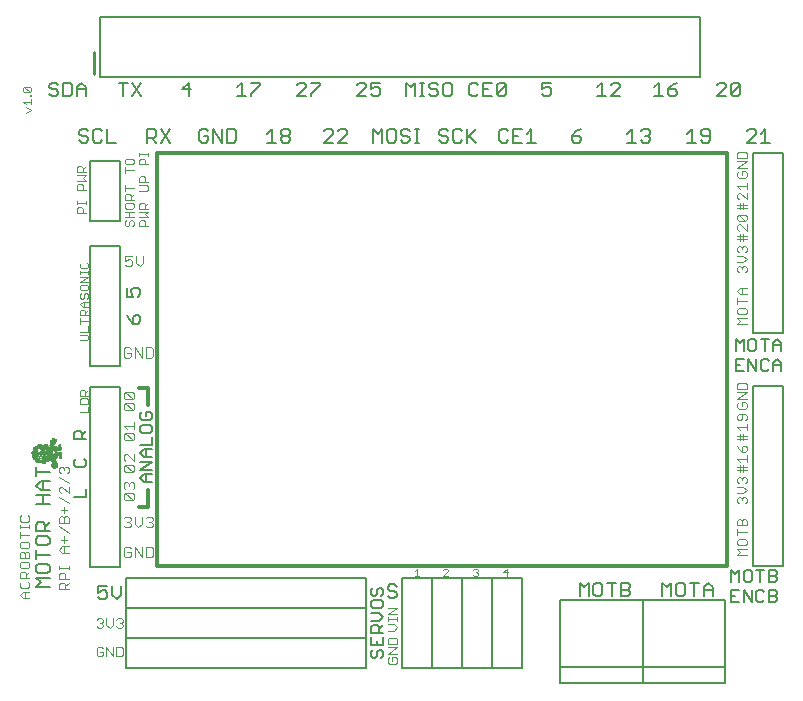
<source format=gto>
G75*
%MOIN*%
%OFA0B0*%
%FSLAX24Y24*%
%IPPOS*%
%LPD*%
%AMOC8*
5,1,8,0,0,1.08239X$1,22.5*
%
%ADD10C,0.0050*%
%ADD11C,0.0030*%
%ADD12C,0.0120*%
%ADD13C,0.0040*%
%ADD14C,0.0100*%
%ADD15C,0.0080*%
%ADD16C,0.0020*%
D10*
X003478Y010108D02*
X003403Y010183D01*
X003478Y010108D02*
X003628Y010108D01*
X003703Y010183D01*
X003703Y010334D01*
X003628Y010409D01*
X003553Y010409D01*
X003403Y010334D01*
X003403Y010559D01*
X003703Y010559D01*
X003863Y010559D02*
X003863Y010258D01*
X004013Y010108D01*
X004163Y010258D01*
X004163Y010559D01*
X001781Y010529D02*
X001331Y010529D01*
X001481Y010679D01*
X001331Y010829D01*
X001781Y010829D01*
X001706Y010989D02*
X001781Y011065D01*
X001781Y011215D01*
X001706Y011290D01*
X001406Y011290D01*
X001331Y011215D01*
X001331Y011065D01*
X001406Y010989D01*
X001706Y010989D01*
X001331Y011450D02*
X001331Y011750D01*
X001331Y011600D02*
X001781Y011600D01*
X001706Y011910D02*
X001406Y011910D01*
X001331Y011985D01*
X001331Y012135D01*
X001406Y012211D01*
X001706Y012211D01*
X001781Y012135D01*
X001781Y011985D01*
X001706Y011910D01*
X001781Y012371D02*
X001331Y012371D01*
X001331Y012596D01*
X001406Y012671D01*
X001556Y012671D01*
X001631Y012596D01*
X001631Y012371D01*
X001631Y012521D02*
X001781Y012671D01*
X001781Y013291D02*
X001331Y013291D01*
X001556Y013291D02*
X001556Y013592D01*
X001556Y013752D02*
X001556Y014052D01*
X001481Y014052D02*
X001781Y014052D01*
X001781Y013752D02*
X001481Y013752D01*
X001331Y013902D01*
X001481Y014052D01*
X001331Y014212D02*
X001331Y014512D01*
X001331Y014362D02*
X001781Y014362D01*
X001781Y013592D02*
X001331Y013592D01*
X002602Y013508D02*
X003003Y013508D01*
X003003Y013775D01*
X002936Y014508D02*
X002669Y014508D01*
X002602Y014575D01*
X002602Y014709D01*
X002669Y014775D01*
X002936Y014775D02*
X003003Y014709D01*
X003003Y014575D01*
X002936Y014508D01*
X003003Y015458D02*
X002602Y015458D01*
X002602Y015659D01*
X002669Y015725D01*
X002802Y015725D01*
X002869Y015659D01*
X002869Y015458D01*
X002869Y015592D02*
X003003Y015725D01*
X004802Y015732D02*
X004869Y015666D01*
X005136Y015666D01*
X005203Y015732D01*
X005203Y015866D01*
X005136Y015933D01*
X004869Y015933D01*
X004802Y015866D01*
X004802Y015732D01*
X004869Y016080D02*
X005136Y016080D01*
X005203Y016147D01*
X005203Y016280D01*
X005136Y016347D01*
X005002Y016347D01*
X005002Y016214D01*
X004869Y016347D02*
X004802Y016280D01*
X004802Y016147D01*
X004869Y016080D01*
X005203Y015518D02*
X005203Y015251D01*
X004802Y015251D01*
X004936Y015104D02*
X005203Y015104D01*
X005002Y015104D02*
X005002Y014837D01*
X004936Y014837D02*
X004802Y014970D01*
X004936Y015104D01*
X004936Y014837D02*
X005203Y014837D01*
X005203Y014690D02*
X004802Y014690D01*
X004802Y014423D02*
X005203Y014690D01*
X005203Y014423D02*
X004802Y014423D01*
X004936Y014275D02*
X005203Y014275D01*
X005002Y014275D02*
X005002Y014008D01*
X004936Y014008D02*
X004802Y014142D01*
X004936Y014275D01*
X004936Y014008D02*
X005203Y014008D01*
X004727Y019298D02*
X004803Y019373D01*
X004803Y019523D01*
X004727Y019598D01*
X004652Y019598D01*
X004577Y019523D01*
X004577Y019298D01*
X004727Y019298D01*
X004577Y019298D02*
X004427Y019448D01*
X004352Y019598D01*
X004352Y020198D02*
X004577Y020198D01*
X004502Y020348D01*
X004502Y020423D01*
X004577Y020498D01*
X004727Y020498D01*
X004803Y020423D01*
X004803Y020273D01*
X004727Y020198D01*
X004352Y020198D02*
X004352Y020498D01*
X003992Y025328D02*
X003692Y025328D01*
X003692Y025779D01*
X003532Y025704D02*
X003457Y025779D01*
X003307Y025779D01*
X003232Y025704D01*
X003232Y025403D01*
X003307Y025328D01*
X003457Y025328D01*
X003532Y025403D01*
X003072Y025403D02*
X002997Y025328D01*
X002846Y025328D01*
X002771Y025403D01*
X002846Y025554D02*
X002997Y025554D01*
X003072Y025478D01*
X003072Y025403D01*
X002846Y025554D02*
X002771Y025629D01*
X002771Y025704D01*
X002846Y025779D01*
X002997Y025779D01*
X003072Y025704D01*
X002992Y026878D02*
X002992Y027179D01*
X002842Y027329D01*
X002692Y027179D01*
X002692Y026878D01*
X002532Y026953D02*
X002532Y027254D01*
X002457Y027329D01*
X002232Y027329D01*
X002232Y026878D01*
X002457Y026878D01*
X002532Y026953D01*
X002692Y027104D02*
X002992Y027104D01*
X002072Y027028D02*
X002072Y026953D01*
X001997Y026878D01*
X001846Y026878D01*
X001771Y026953D01*
X001846Y027104D02*
X001997Y027104D01*
X002072Y027028D01*
X002072Y027254D02*
X001997Y027329D01*
X001846Y027329D01*
X001771Y027254D01*
X001771Y027179D01*
X001846Y027104D01*
X004082Y027329D02*
X004382Y027329D01*
X004232Y027329D02*
X004232Y026878D01*
X004542Y026878D02*
X004842Y027329D01*
X004542Y027329D02*
X004842Y026878D01*
X005032Y025779D02*
X005257Y025779D01*
X005332Y025704D01*
X005332Y025554D01*
X005257Y025478D01*
X005032Y025478D01*
X005032Y025328D02*
X005032Y025779D01*
X005182Y025478D02*
X005332Y025328D01*
X005492Y025328D02*
X005792Y025779D01*
X005492Y025779D02*
X005792Y025328D01*
X006771Y025403D02*
X006846Y025328D01*
X006997Y025328D01*
X007072Y025403D01*
X007072Y025554D01*
X006921Y025554D01*
X006771Y025704D02*
X006771Y025403D01*
X006771Y025704D02*
X006846Y025779D01*
X006997Y025779D01*
X007072Y025704D01*
X007232Y025779D02*
X007232Y025328D01*
X007532Y025328D02*
X007232Y025779D01*
X007532Y025779D02*
X007532Y025328D01*
X007692Y025328D02*
X007917Y025328D01*
X007992Y025403D01*
X007992Y025704D01*
X007917Y025779D01*
X007692Y025779D01*
X007692Y025328D01*
X008032Y026878D02*
X008332Y026878D01*
X008182Y026878D02*
X008182Y027329D01*
X008032Y027179D01*
X008492Y027329D02*
X008792Y027329D01*
X008792Y027254D01*
X008492Y026953D01*
X008492Y026878D01*
X009182Y025779D02*
X009182Y025328D01*
X009032Y025328D02*
X009332Y025328D01*
X009492Y025403D02*
X009492Y025478D01*
X009567Y025554D01*
X009717Y025554D01*
X009792Y025478D01*
X009792Y025403D01*
X009717Y025328D01*
X009567Y025328D01*
X009492Y025403D01*
X009567Y025554D02*
X009492Y025629D01*
X009492Y025704D01*
X009567Y025779D01*
X009717Y025779D01*
X009792Y025704D01*
X009792Y025629D01*
X009717Y025554D01*
X009182Y025779D02*
X009032Y025629D01*
X010032Y026878D02*
X010332Y027179D01*
X010332Y027254D01*
X010257Y027329D01*
X010107Y027329D01*
X010032Y027254D01*
X010032Y026878D02*
X010332Y026878D01*
X010492Y026878D02*
X010492Y026953D01*
X010792Y027254D01*
X010792Y027329D01*
X010492Y027329D01*
X011007Y025779D02*
X010932Y025704D01*
X011007Y025779D02*
X011157Y025779D01*
X011232Y025704D01*
X011232Y025629D01*
X010932Y025328D01*
X011232Y025328D01*
X011392Y025328D02*
X011692Y025629D01*
X011692Y025704D01*
X011617Y025779D01*
X011467Y025779D01*
X011392Y025704D01*
X011392Y025328D02*
X011692Y025328D01*
X012564Y025328D02*
X012564Y025779D01*
X012715Y025629D01*
X012865Y025779D01*
X012865Y025328D01*
X013025Y025403D02*
X013025Y025704D01*
X013100Y025779D01*
X013250Y025779D01*
X013325Y025704D01*
X013325Y025403D01*
X013250Y025328D01*
X013100Y025328D01*
X013025Y025403D01*
X013485Y025403D02*
X013560Y025328D01*
X013710Y025328D01*
X013785Y025403D01*
X013785Y025478D01*
X013710Y025554D01*
X013560Y025554D01*
X013485Y025629D01*
X013485Y025704D01*
X013560Y025779D01*
X013710Y025779D01*
X013785Y025704D01*
X013946Y025779D02*
X014096Y025779D01*
X014021Y025779D02*
X014021Y025328D01*
X013946Y025328D02*
X014096Y025328D01*
X014771Y025403D02*
X014846Y025328D01*
X014997Y025328D01*
X015072Y025403D01*
X015072Y025478D01*
X014997Y025554D01*
X014846Y025554D01*
X014771Y025629D01*
X014771Y025704D01*
X014846Y025779D01*
X014997Y025779D01*
X015072Y025704D01*
X015232Y025704D02*
X015232Y025403D01*
X015307Y025328D01*
X015457Y025328D01*
X015532Y025403D01*
X015692Y025328D02*
X015692Y025779D01*
X015532Y025704D02*
X015457Y025779D01*
X015307Y025779D01*
X015232Y025704D01*
X015692Y025478D02*
X015992Y025779D01*
X015767Y025554D02*
X015992Y025328D01*
X016771Y025403D02*
X016846Y025328D01*
X016997Y025328D01*
X017072Y025403D01*
X017232Y025328D02*
X017532Y025328D01*
X017692Y025328D02*
X017992Y025328D01*
X017842Y025328D02*
X017842Y025779D01*
X017692Y025629D01*
X017532Y025779D02*
X017232Y025779D01*
X017232Y025328D01*
X017232Y025554D02*
X017382Y025554D01*
X017072Y025704D02*
X016997Y025779D01*
X016846Y025779D01*
X016771Y025704D01*
X016771Y025403D01*
X016767Y026878D02*
X016692Y026953D01*
X016992Y027254D01*
X016992Y026953D01*
X016917Y026878D01*
X016767Y026878D01*
X016692Y026953D02*
X016692Y027254D01*
X016767Y027329D01*
X016917Y027329D01*
X016992Y027254D01*
X016532Y027329D02*
X016232Y027329D01*
X016232Y026878D01*
X016532Y026878D01*
X016382Y027104D02*
X016232Y027104D01*
X016072Y027254D02*
X015997Y027329D01*
X015846Y027329D01*
X015771Y027254D01*
X015771Y026953D01*
X015846Y026878D01*
X015997Y026878D01*
X016072Y026953D01*
X015192Y026953D02*
X015192Y027254D01*
X015117Y027329D01*
X014967Y027329D01*
X014892Y027254D01*
X014892Y026953D01*
X014967Y026878D01*
X015117Y026878D01*
X015192Y026953D01*
X014732Y026953D02*
X014657Y026878D01*
X014507Y026878D01*
X014432Y026953D01*
X014507Y027104D02*
X014657Y027104D01*
X014732Y027028D01*
X014732Y026953D01*
X014507Y027104D02*
X014432Y027179D01*
X014432Y027254D01*
X014507Y027329D01*
X014657Y027329D01*
X014732Y027254D01*
X014275Y027329D02*
X014125Y027329D01*
X014200Y027329D02*
X014200Y026878D01*
X014125Y026878D02*
X014275Y026878D01*
X013965Y026878D02*
X013965Y027329D01*
X013815Y027179D01*
X013664Y027329D01*
X013664Y026878D01*
X012792Y026953D02*
X012717Y026878D01*
X012567Y026878D01*
X012492Y026953D01*
X012492Y027104D02*
X012642Y027179D01*
X012717Y027179D01*
X012792Y027104D01*
X012792Y026953D01*
X012492Y027104D02*
X012492Y027329D01*
X012792Y027329D01*
X012332Y027254D02*
X012257Y027329D01*
X012107Y027329D01*
X012032Y027254D01*
X012332Y027254D02*
X012332Y027179D01*
X012032Y026878D01*
X012332Y026878D01*
X006492Y027104D02*
X006192Y027104D01*
X006417Y027329D01*
X006417Y026878D01*
X018192Y026953D02*
X018267Y026878D01*
X018417Y026878D01*
X018492Y026953D01*
X018492Y027104D01*
X018417Y027179D01*
X018342Y027179D01*
X018192Y027104D01*
X018192Y027329D01*
X018492Y027329D01*
X019342Y025704D02*
X019192Y025554D01*
X019417Y025554D01*
X019492Y025478D01*
X019492Y025403D01*
X019417Y025328D01*
X019267Y025328D01*
X019192Y025403D01*
X019192Y025554D01*
X019342Y025704D02*
X019492Y025779D01*
X020032Y026878D02*
X020332Y026878D01*
X020182Y026878D02*
X020182Y027329D01*
X020032Y027179D01*
X020492Y027254D02*
X020567Y027329D01*
X020717Y027329D01*
X020792Y027254D01*
X020792Y027179D01*
X020492Y026878D01*
X020792Y026878D01*
X021932Y026878D02*
X022232Y026878D01*
X022082Y026878D02*
X022082Y027329D01*
X021932Y027179D01*
X022392Y027104D02*
X022392Y026953D01*
X022467Y026878D01*
X022617Y026878D01*
X022692Y026953D01*
X022692Y027028D01*
X022617Y027104D01*
X022392Y027104D01*
X022542Y027254D01*
X022692Y027329D01*
X024032Y027254D02*
X024107Y027329D01*
X024257Y027329D01*
X024332Y027254D01*
X024332Y027179D01*
X024032Y026878D01*
X024332Y026878D01*
X024492Y026953D02*
X024492Y027254D01*
X024567Y027329D01*
X024717Y027329D01*
X024792Y027254D01*
X024492Y026953D01*
X024567Y026878D01*
X024717Y026878D01*
X024792Y026953D01*
X024792Y027254D01*
X025107Y025779D02*
X025032Y025704D01*
X025107Y025779D02*
X025257Y025779D01*
X025332Y025704D01*
X025332Y025629D01*
X025032Y025328D01*
X025332Y025328D01*
X025492Y025328D02*
X025792Y025328D01*
X025642Y025328D02*
X025642Y025779D01*
X025492Y025629D01*
X023792Y025704D02*
X023792Y025403D01*
X023717Y025328D01*
X023567Y025328D01*
X023492Y025403D01*
X023567Y025554D02*
X023792Y025554D01*
X023792Y025704D02*
X023717Y025779D01*
X023567Y025779D01*
X023492Y025704D01*
X023492Y025629D01*
X023567Y025554D01*
X023332Y025328D02*
X023032Y025328D01*
X023182Y025328D02*
X023182Y025779D01*
X023032Y025629D01*
X021792Y025629D02*
X021717Y025554D01*
X021792Y025478D01*
X021792Y025403D01*
X021717Y025328D01*
X021567Y025328D01*
X021492Y025403D01*
X021332Y025328D02*
X021032Y025328D01*
X021182Y025328D02*
X021182Y025779D01*
X021032Y025629D01*
X021492Y025704D02*
X021567Y025779D01*
X021717Y025779D01*
X021792Y025704D01*
X021792Y025629D01*
X021717Y025554D02*
X021642Y025554D01*
X024653Y018784D02*
X024786Y018650D01*
X024919Y018784D01*
X024919Y018383D01*
X025067Y018450D02*
X025067Y018717D01*
X025134Y018784D01*
X025267Y018784D01*
X025334Y018717D01*
X025334Y018450D01*
X025267Y018383D01*
X025134Y018383D01*
X025067Y018450D01*
X025067Y018109D02*
X025334Y017708D01*
X025334Y018109D01*
X025481Y018042D02*
X025481Y017775D01*
X025548Y017708D01*
X025681Y017708D01*
X025748Y017775D01*
X025896Y017708D02*
X025896Y017975D01*
X026029Y018109D01*
X026163Y017975D01*
X026163Y017708D01*
X026163Y017909D02*
X025896Y017909D01*
X025748Y018042D02*
X025681Y018109D01*
X025548Y018109D01*
X025481Y018042D01*
X025615Y018383D02*
X025615Y018784D01*
X025748Y018784D02*
X025481Y018784D01*
X025896Y018650D02*
X025896Y018383D01*
X025896Y018584D02*
X026163Y018584D01*
X026163Y018650D02*
X026163Y018383D01*
X026163Y018650D02*
X026029Y018784D01*
X025896Y018650D01*
X025067Y018109D02*
X025067Y017708D01*
X024919Y017708D02*
X024653Y017708D01*
X024653Y018109D01*
X024919Y018109D01*
X024786Y017909D02*
X024653Y017909D01*
X024653Y018383D02*
X024653Y018784D01*
X024769Y011084D02*
X024636Y010950D01*
X024503Y011084D01*
X024503Y010683D01*
X024769Y010683D02*
X024769Y011084D01*
X024917Y011017D02*
X024917Y010750D01*
X024984Y010683D01*
X025117Y010683D01*
X025184Y010750D01*
X025184Y011017D01*
X025117Y011084D01*
X024984Y011084D01*
X024917Y011017D01*
X025331Y011084D02*
X025598Y011084D01*
X025465Y011084D02*
X025465Y010683D01*
X025531Y010409D02*
X025398Y010409D01*
X025331Y010342D01*
X025331Y010075D01*
X025398Y010008D01*
X025531Y010008D01*
X025598Y010075D01*
X025746Y010008D02*
X025746Y010409D01*
X025946Y010409D01*
X026013Y010342D01*
X026013Y010275D01*
X025946Y010209D01*
X025746Y010209D01*
X025598Y010342D02*
X025531Y010409D01*
X025746Y010683D02*
X025946Y010683D01*
X026013Y010750D01*
X026013Y010817D01*
X025946Y010884D01*
X025746Y010884D01*
X025746Y011084D02*
X025946Y011084D01*
X026013Y011017D01*
X026013Y010950D01*
X025946Y010884D01*
X025746Y011084D02*
X025746Y010683D01*
X025946Y010209D02*
X026013Y010142D01*
X026013Y010075D01*
X025946Y010008D01*
X025746Y010008D01*
X025184Y010008D02*
X025184Y010409D01*
X024917Y010409D02*
X024917Y010008D01*
X024769Y010008D02*
X024503Y010008D01*
X024503Y010409D01*
X024769Y010409D01*
X024917Y010409D02*
X025184Y010008D01*
X024636Y010209D02*
X024503Y010209D01*
X023884Y010208D02*
X023884Y010509D01*
X023734Y010659D01*
X023584Y010509D01*
X023584Y010208D01*
X023584Y010434D02*
X023884Y010434D01*
X023424Y010659D02*
X023124Y010659D01*
X023274Y010659D02*
X023274Y010208D01*
X022964Y010283D02*
X022964Y010584D01*
X022889Y010659D01*
X022738Y010659D01*
X022663Y010584D01*
X022663Y010283D01*
X022738Y010208D01*
X022889Y010208D01*
X022964Y010283D01*
X022503Y010208D02*
X022503Y010659D01*
X022353Y010509D01*
X022203Y010659D01*
X022203Y010208D01*
X021128Y010283D02*
X021053Y010208D01*
X020828Y010208D01*
X020828Y010659D01*
X021053Y010659D01*
X021128Y010584D01*
X021128Y010509D01*
X021053Y010434D01*
X020828Y010434D01*
X021053Y010434D02*
X021128Y010358D01*
X021128Y010283D01*
X020668Y010659D02*
X020368Y010659D01*
X020518Y010659D02*
X020518Y010208D01*
X020208Y010283D02*
X020208Y010584D01*
X020133Y010659D01*
X019982Y010659D01*
X019907Y010584D01*
X019907Y010283D01*
X019982Y010208D01*
X020133Y010208D01*
X020208Y010283D01*
X019747Y010208D02*
X019747Y010659D01*
X019597Y010509D01*
X019447Y010659D01*
X019447Y010208D01*
X013353Y010233D02*
X013278Y010158D01*
X013128Y010158D01*
X013053Y010233D01*
X012903Y010297D02*
X012836Y010230D01*
X012903Y010297D02*
X012903Y010430D01*
X012836Y010497D01*
X012769Y010497D01*
X012702Y010430D01*
X012702Y010297D01*
X012636Y010230D01*
X012569Y010230D01*
X012502Y010297D01*
X012502Y010430D01*
X012569Y010497D01*
X012569Y010083D02*
X012502Y010016D01*
X012502Y009882D01*
X012569Y009816D01*
X012836Y009816D01*
X012903Y009882D01*
X012903Y010016D01*
X012836Y010083D01*
X012569Y010083D01*
X012502Y009668D02*
X012769Y009668D01*
X012903Y009535D01*
X012769Y009401D01*
X012502Y009401D01*
X012569Y009254D02*
X012702Y009254D01*
X012769Y009187D01*
X012769Y008987D01*
X012769Y009120D02*
X012903Y009254D01*
X012903Y008987D02*
X012502Y008987D01*
X012502Y009187D01*
X012569Y009254D01*
X012502Y008840D02*
X012502Y008573D01*
X012903Y008573D01*
X012903Y008840D01*
X012702Y008706D02*
X012702Y008573D01*
X012769Y008425D02*
X012702Y008359D01*
X012702Y008225D01*
X012636Y008158D01*
X012569Y008158D01*
X012502Y008225D01*
X012502Y008359D01*
X012569Y008425D01*
X012769Y008425D02*
X012836Y008425D01*
X012903Y008359D01*
X012903Y008225D01*
X012836Y008158D01*
X013353Y010233D02*
X013353Y010308D01*
X013278Y010384D01*
X013128Y010384D01*
X013053Y010459D01*
X013053Y010534D01*
X013128Y010609D01*
X013278Y010609D01*
X013353Y010534D01*
D11*
X013953Y010888D02*
X014107Y010888D01*
X014030Y010888D02*
X014030Y011119D01*
X013953Y011042D01*
X014903Y011080D02*
X014942Y011119D01*
X015018Y011119D01*
X015057Y011080D01*
X015057Y011042D01*
X014903Y010888D01*
X015057Y010888D01*
X015903Y010927D02*
X015942Y010888D01*
X016018Y010888D01*
X016057Y010927D01*
X016057Y010965D01*
X016018Y011003D01*
X015980Y011003D01*
X016018Y011003D02*
X016057Y011042D01*
X016057Y011080D01*
X016018Y011119D01*
X015942Y011119D01*
X015903Y011080D01*
X016903Y011003D02*
X017057Y011003D01*
X017018Y010888D02*
X017018Y011119D01*
X016903Y011003D01*
X005063Y022545D02*
X004772Y022545D01*
X004772Y022690D01*
X004821Y022738D01*
X004917Y022738D01*
X004966Y022690D01*
X004966Y022545D01*
X005063Y022839D02*
X004772Y022839D01*
X004583Y022839D02*
X004292Y022839D01*
X004341Y022738D02*
X004292Y022690D01*
X004292Y022593D01*
X004341Y022545D01*
X004389Y022545D01*
X004437Y022593D01*
X004437Y022690D01*
X004486Y022738D01*
X004534Y022738D01*
X004583Y022690D01*
X004583Y022593D01*
X004534Y022545D01*
X004437Y022839D02*
X004437Y023033D01*
X004341Y023134D02*
X004534Y023134D01*
X004583Y023182D01*
X004583Y023279D01*
X004534Y023327D01*
X004341Y023327D01*
X004292Y023279D01*
X004292Y023182D01*
X004341Y023134D01*
X004292Y023033D02*
X004583Y023033D01*
X004772Y023033D02*
X005063Y023033D01*
X004966Y022936D01*
X005063Y022839D01*
X005063Y023134D02*
X004772Y023134D01*
X004772Y023279D01*
X004821Y023327D01*
X004917Y023327D01*
X004966Y023279D01*
X004966Y023134D01*
X004966Y023231D02*
X005063Y023327D01*
X005014Y023723D02*
X005063Y023772D01*
X005063Y023868D01*
X005014Y023917D01*
X004772Y023917D01*
X004772Y024018D02*
X004772Y024163D01*
X004821Y024211D01*
X004917Y024211D01*
X004966Y024163D01*
X004966Y024018D01*
X005063Y024018D02*
X004772Y024018D01*
X004583Y023820D02*
X004292Y023820D01*
X004292Y023723D02*
X004292Y023917D01*
X004341Y023622D02*
X004437Y023622D01*
X004486Y023574D01*
X004486Y023429D01*
X004486Y023525D02*
X004583Y023622D01*
X004583Y023429D02*
X004292Y023429D01*
X004292Y023574D01*
X004341Y023622D01*
X004772Y023723D02*
X005014Y023723D01*
X004292Y024313D02*
X004292Y024506D01*
X004292Y024409D02*
X004583Y024409D01*
X004534Y024607D02*
X004583Y024656D01*
X004583Y024752D01*
X004534Y024801D01*
X004341Y024801D01*
X004292Y024752D01*
X004292Y024656D01*
X004341Y024607D01*
X004534Y024607D01*
X004772Y024607D02*
X004772Y024752D01*
X004821Y024801D01*
X004917Y024801D01*
X004966Y024752D01*
X004966Y024607D01*
X005063Y024607D02*
X004772Y024607D01*
X004772Y024902D02*
X004772Y024999D01*
X004772Y024950D02*
X005063Y024950D01*
X005063Y024902D02*
X005063Y024999D01*
X002983Y024547D02*
X002886Y024450D01*
X002886Y024499D02*
X002886Y024354D01*
X002983Y024354D02*
X002692Y024354D01*
X002692Y024499D01*
X002741Y024547D01*
X002837Y024547D01*
X002886Y024499D01*
X002983Y024253D02*
X002692Y024253D01*
X002692Y024059D02*
X002983Y024059D01*
X002886Y024156D01*
X002983Y024253D01*
X002837Y023958D02*
X002886Y023910D01*
X002886Y023764D01*
X002983Y023764D02*
X002692Y023764D01*
X002692Y023910D01*
X002741Y023958D01*
X002837Y023958D01*
X002692Y023370D02*
X002692Y023273D01*
X002692Y023322D02*
X002983Y023322D01*
X002983Y023370D02*
X002983Y023273D01*
X002837Y023172D02*
X002886Y023124D01*
X002886Y022979D01*
X002983Y022979D02*
X002692Y022979D01*
X002692Y023124D01*
X002741Y023172D01*
X002837Y023172D01*
X002837Y021323D02*
X002792Y021277D01*
X002792Y021187D01*
X002837Y021142D01*
X003018Y021142D01*
X003063Y021187D01*
X003063Y021277D01*
X003018Y021323D01*
X003063Y021048D02*
X003063Y020958D01*
X003063Y021003D02*
X002792Y021003D01*
X002792Y020958D02*
X002792Y021048D01*
X002792Y020862D02*
X003063Y020862D01*
X002792Y020682D01*
X003063Y020682D01*
X003018Y020586D02*
X002837Y020586D01*
X002792Y020541D01*
X002792Y020451D01*
X002837Y020406D01*
X003018Y020406D01*
X003063Y020451D01*
X003063Y020541D01*
X003018Y020586D01*
X003018Y020310D02*
X003063Y020265D01*
X003063Y020175D01*
X003018Y020130D01*
X002927Y020175D02*
X002927Y020265D01*
X002972Y020310D01*
X003018Y020310D01*
X002927Y020175D02*
X002882Y020130D01*
X002837Y020130D01*
X002792Y020175D01*
X002792Y020265D01*
X002837Y020310D01*
X002882Y020033D02*
X003063Y020033D01*
X002927Y020033D02*
X002927Y019853D01*
X002882Y019853D02*
X003063Y019853D01*
X003063Y019757D02*
X002972Y019667D01*
X002972Y019712D02*
X002972Y019577D01*
X003063Y019577D02*
X002792Y019577D01*
X002792Y019712D01*
X002837Y019757D01*
X002927Y019757D01*
X002972Y019712D01*
X002882Y019853D02*
X002792Y019943D01*
X002882Y020033D01*
X002792Y019481D02*
X002792Y019301D01*
X002792Y019391D02*
X003063Y019391D01*
X003063Y019205D02*
X003063Y019025D01*
X002792Y019025D01*
X002792Y018928D02*
X003018Y018928D01*
X003063Y018883D01*
X003063Y018793D01*
X003018Y018748D01*
X002792Y018748D01*
X002837Y017081D02*
X002927Y017081D01*
X002972Y017036D01*
X002972Y016901D01*
X002972Y016991D02*
X003063Y017081D01*
X003063Y016901D02*
X002792Y016901D01*
X002792Y017036D01*
X002837Y017081D01*
X002837Y016805D02*
X002792Y016760D01*
X002792Y016625D01*
X003063Y016625D01*
X003063Y016760D01*
X003018Y016805D01*
X002837Y016805D01*
X003063Y016528D02*
X003063Y016348D01*
X002792Y016348D01*
X000982Y026332D02*
X001163Y026422D01*
X000982Y026512D01*
X000982Y026608D02*
X000892Y026698D01*
X001163Y026698D01*
X001163Y026608D02*
X001163Y026788D01*
X001163Y026884D02*
X001163Y026929D01*
X001118Y026929D01*
X001118Y026884D01*
X001163Y026884D01*
X001118Y027022D02*
X000937Y027202D01*
X001118Y027202D01*
X001163Y027157D01*
X001163Y027067D01*
X001118Y027022D01*
X000937Y027022D01*
X000892Y027067D01*
X000892Y027157D01*
X000937Y027202D01*
D12*
X005378Y024983D02*
X024378Y024983D01*
X024378Y011233D01*
X005378Y011233D01*
X005378Y024983D01*
X005067Y017140D02*
X004767Y017140D01*
X005067Y017140D02*
X005067Y016590D01*
X005067Y013740D02*
X005067Y013190D01*
X004767Y013190D01*
D13*
X004547Y013403D02*
X004307Y013403D01*
X004247Y013463D01*
X004247Y013583D01*
X004307Y013644D01*
X004547Y013403D01*
X004608Y013463D01*
X004608Y013583D01*
X004547Y013644D01*
X004307Y013644D01*
X004307Y013772D02*
X004247Y013832D01*
X004247Y013952D01*
X004307Y014012D01*
X004367Y014012D01*
X004427Y013952D01*
X004487Y014012D01*
X004547Y014012D01*
X004608Y013952D01*
X004608Y013832D01*
X004547Y013772D01*
X004427Y013892D02*
X004427Y013952D01*
X004307Y014353D02*
X004247Y014413D01*
X004247Y014533D01*
X004307Y014594D01*
X004547Y014353D01*
X004608Y014413D01*
X004608Y014533D01*
X004547Y014594D01*
X004307Y014594D01*
X004307Y014722D02*
X004247Y014782D01*
X004247Y014902D01*
X004307Y014962D01*
X004367Y014962D01*
X004608Y014722D01*
X004608Y014962D01*
X004547Y015403D02*
X004307Y015403D01*
X004247Y015463D01*
X004247Y015583D01*
X004307Y015644D01*
X004547Y015403D01*
X004608Y015463D01*
X004608Y015583D01*
X004547Y015644D01*
X004307Y015644D01*
X004367Y015772D02*
X004247Y015892D01*
X004608Y015892D01*
X004608Y015772D02*
X004608Y016012D01*
X004547Y016403D02*
X004307Y016403D01*
X004247Y016463D01*
X004247Y016583D01*
X004307Y016644D01*
X004547Y016403D01*
X004608Y016463D01*
X004608Y016583D01*
X004547Y016644D01*
X004307Y016644D01*
X004307Y016772D02*
X004247Y016832D01*
X004247Y016952D01*
X004307Y017012D01*
X004547Y016772D01*
X004608Y016832D01*
X004608Y016952D01*
X004547Y017012D01*
X004307Y017012D01*
X004307Y016772D02*
X004547Y016772D01*
X004616Y018153D02*
X004616Y018514D01*
X004856Y018153D01*
X004856Y018514D01*
X004984Y018514D02*
X005164Y018514D01*
X005224Y018454D01*
X005224Y018213D01*
X005164Y018153D01*
X004984Y018153D01*
X004984Y018514D01*
X004488Y018454D02*
X004428Y018514D01*
X004308Y018514D01*
X004248Y018454D01*
X004248Y018213D01*
X004308Y018153D01*
X004428Y018153D01*
X004488Y018213D01*
X004488Y018333D01*
X004368Y018333D01*
X004358Y021203D02*
X004298Y021263D01*
X004358Y021203D02*
X004478Y021203D01*
X004538Y021263D01*
X004538Y021383D01*
X004478Y021444D01*
X004418Y021444D01*
X004298Y021383D01*
X004298Y021564D01*
X004538Y021564D01*
X004666Y021564D02*
X004666Y021323D01*
X004786Y021203D01*
X004906Y021323D01*
X004906Y021564D01*
X002363Y014527D02*
X002416Y014474D01*
X002416Y014367D01*
X002363Y014314D01*
X002256Y014421D02*
X002256Y014474D01*
X002309Y014527D01*
X002363Y014527D01*
X002256Y014474D02*
X002202Y014527D01*
X002149Y014527D01*
X002096Y014474D01*
X002096Y014367D01*
X002149Y014314D01*
X002096Y014196D02*
X002416Y013982D01*
X002416Y013864D02*
X002416Y013651D01*
X002202Y013864D01*
X002149Y013864D01*
X002096Y013811D01*
X002096Y013704D01*
X002149Y013651D01*
X002096Y013533D02*
X002416Y013319D01*
X002256Y013201D02*
X002256Y012988D01*
X002309Y012870D02*
X002363Y012870D01*
X002416Y012816D01*
X002416Y012656D01*
X002096Y012656D01*
X002096Y012816D01*
X002149Y012870D01*
X002202Y012870D01*
X002256Y012816D01*
X002256Y012656D01*
X002256Y012816D02*
X002309Y012870D01*
X002363Y013095D02*
X002149Y013095D01*
X002096Y012538D02*
X002416Y012325D01*
X002256Y012207D02*
X002256Y011993D01*
X002256Y011875D02*
X002256Y011662D01*
X002202Y011662D02*
X002096Y011769D01*
X002202Y011875D01*
X002416Y011875D01*
X002416Y011662D02*
X002202Y011662D01*
X002096Y011216D02*
X002096Y011109D01*
X002096Y011163D02*
X002416Y011163D01*
X002416Y011216D02*
X002416Y011109D01*
X002256Y010991D02*
X002309Y010938D01*
X002309Y010778D01*
X002416Y010778D02*
X002096Y010778D01*
X002096Y010938D01*
X002149Y010991D01*
X002256Y010991D01*
X002256Y010660D02*
X002309Y010607D01*
X002309Y010446D01*
X002416Y010446D02*
X002096Y010446D01*
X002096Y010607D01*
X002149Y010660D01*
X002256Y010660D01*
X002309Y010553D02*
X002416Y010660D01*
X003401Y009474D02*
X003508Y009474D01*
X003561Y009420D01*
X003561Y009367D01*
X003508Y009313D01*
X003561Y009260D01*
X003561Y009207D01*
X003508Y009153D01*
X003401Y009153D01*
X003348Y009207D01*
X003454Y009313D02*
X003508Y009313D01*
X003679Y009260D02*
X003679Y009474D01*
X003893Y009474D02*
X003893Y009260D01*
X003786Y009153D01*
X003679Y009260D01*
X003401Y009474D02*
X003348Y009420D01*
X004011Y009420D02*
X004064Y009474D01*
X004171Y009474D01*
X004224Y009420D01*
X004224Y009367D01*
X004171Y009313D01*
X004224Y009260D01*
X004224Y009207D01*
X004171Y009153D01*
X004064Y009153D01*
X004011Y009207D01*
X004117Y009313D02*
X004171Y009313D01*
X004171Y008524D02*
X004011Y008524D01*
X004011Y008203D01*
X004171Y008203D01*
X004224Y008257D01*
X004224Y008470D01*
X004171Y008524D01*
X003893Y008524D02*
X003893Y008203D01*
X003679Y008524D01*
X003679Y008203D01*
X003561Y008257D02*
X003561Y008363D01*
X003454Y008363D01*
X003348Y008257D02*
X003348Y008470D01*
X003401Y008524D01*
X003508Y008524D01*
X003561Y008470D01*
X003561Y008257D02*
X003508Y008203D01*
X003401Y008203D01*
X003348Y008257D01*
X001108Y010153D02*
X000894Y010153D01*
X000787Y010260D01*
X000894Y010367D01*
X001108Y010367D01*
X001054Y010485D02*
X001108Y010538D01*
X001108Y010645D01*
X001054Y010698D01*
X001001Y010816D02*
X001001Y010976D01*
X000947Y011030D01*
X000841Y011030D01*
X000787Y010976D01*
X000787Y010816D01*
X001108Y010816D01*
X001001Y010923D02*
X001108Y011030D01*
X001054Y011148D02*
X001108Y011201D01*
X001108Y011308D01*
X001054Y011361D01*
X000841Y011361D01*
X000787Y011308D01*
X000787Y011201D01*
X000841Y011148D01*
X001054Y011148D01*
X001108Y011479D02*
X000787Y011479D01*
X000787Y011639D01*
X000841Y011693D01*
X000894Y011693D01*
X000947Y011639D01*
X000947Y011479D01*
X000947Y011639D02*
X001001Y011693D01*
X001054Y011693D01*
X001108Y011639D01*
X001108Y011479D01*
X001054Y011811D02*
X001108Y011864D01*
X001108Y011971D01*
X001054Y012024D01*
X000841Y012024D01*
X000787Y011971D01*
X000787Y011864D01*
X000841Y011811D01*
X001054Y011811D01*
X000787Y012142D02*
X000787Y012356D01*
X000787Y012249D02*
X001108Y012249D01*
X001108Y012474D02*
X001108Y012580D01*
X001108Y012527D02*
X000787Y012527D01*
X000787Y012474D02*
X000787Y012580D01*
X000841Y012695D02*
X000787Y012748D01*
X000787Y012855D01*
X000841Y012908D01*
X001054Y012908D02*
X001108Y012855D01*
X001108Y012748D01*
X001054Y012695D01*
X000841Y012695D01*
X002149Y012100D02*
X002363Y012100D01*
X000841Y010698D02*
X000787Y010645D01*
X000787Y010538D01*
X000841Y010485D01*
X001054Y010485D01*
X000947Y010367D02*
X000947Y010153D01*
X004248Y011563D02*
X004308Y011503D01*
X004428Y011503D01*
X004488Y011563D01*
X004488Y011683D01*
X004368Y011683D01*
X004248Y011563D02*
X004248Y011804D01*
X004308Y011864D01*
X004428Y011864D01*
X004488Y011804D01*
X004616Y011864D02*
X004616Y011503D01*
X004856Y011503D02*
X004616Y011864D01*
X004856Y011864D02*
X004856Y011503D01*
X004984Y011503D02*
X005164Y011503D01*
X005224Y011563D01*
X005224Y011804D01*
X005164Y011864D01*
X004984Y011864D01*
X004984Y011503D01*
X005044Y012503D02*
X004984Y012563D01*
X005044Y012503D02*
X005164Y012503D01*
X005224Y012563D01*
X005224Y012623D01*
X005164Y012683D01*
X005104Y012683D01*
X005164Y012683D02*
X005224Y012744D01*
X005224Y012804D01*
X005164Y012864D01*
X005044Y012864D01*
X004984Y012804D01*
X004856Y012864D02*
X004856Y012623D01*
X004736Y012503D01*
X004616Y012623D01*
X004616Y012864D01*
X004488Y012804D02*
X004488Y012744D01*
X004428Y012683D01*
X004488Y012623D01*
X004488Y012563D01*
X004428Y012503D01*
X004308Y012503D01*
X004248Y012563D01*
X004368Y012683D02*
X004428Y012683D01*
X004488Y012804D02*
X004428Y012864D01*
X004308Y012864D01*
X004248Y012804D01*
X004307Y014353D02*
X004547Y014353D01*
X013047Y009835D02*
X013368Y009835D01*
X013047Y009622D01*
X013368Y009622D01*
X013368Y009508D02*
X013368Y009401D01*
X013368Y009454D02*
X013047Y009454D01*
X013047Y009401D02*
X013047Y009508D01*
X013047Y009283D02*
X013261Y009283D01*
X013368Y009176D01*
X013261Y009069D01*
X013047Y009069D01*
X013101Y008835D02*
X013047Y008782D01*
X013047Y008622D01*
X013368Y008622D01*
X013368Y008782D01*
X013314Y008835D01*
X013101Y008835D01*
X013047Y008504D02*
X013368Y008504D01*
X013047Y008290D01*
X013368Y008290D01*
X013314Y008172D02*
X013207Y008172D01*
X013207Y008066D01*
X013101Y008172D02*
X013047Y008119D01*
X013047Y008012D01*
X013101Y007959D01*
X013314Y007959D01*
X013368Y008012D01*
X013368Y008119D01*
X013314Y008172D01*
X024697Y011577D02*
X024804Y011684D01*
X024697Y011791D01*
X025018Y011791D01*
X024964Y011909D02*
X025018Y011962D01*
X025018Y012069D01*
X024964Y012122D01*
X024751Y012122D01*
X024697Y012069D01*
X024697Y011962D01*
X024751Y011909D01*
X024964Y011909D01*
X025018Y011577D02*
X024697Y011577D01*
X024697Y012240D02*
X024697Y012454D01*
X024697Y012347D02*
X025018Y012347D01*
X025018Y012572D02*
X025018Y012732D01*
X024964Y012785D01*
X024911Y012785D01*
X024857Y012732D01*
X024857Y012572D01*
X024697Y012572D02*
X024697Y012732D01*
X024751Y012785D01*
X024804Y012785D01*
X024857Y012732D01*
X025018Y012572D02*
X024697Y012572D01*
X024751Y013309D02*
X024697Y013362D01*
X024697Y013469D01*
X024751Y013522D01*
X024804Y013522D01*
X024857Y013469D01*
X024911Y013522D01*
X024964Y013522D01*
X025018Y013469D01*
X025018Y013362D01*
X024964Y013309D01*
X024857Y013416D02*
X024857Y013469D01*
X024911Y013640D02*
X025018Y013747D01*
X024911Y013854D01*
X024697Y013854D01*
X024751Y013972D02*
X024697Y014025D01*
X024697Y014132D01*
X024751Y014185D01*
X024804Y014185D01*
X024857Y014132D01*
X024911Y014185D01*
X024964Y014185D01*
X025018Y014132D01*
X025018Y014025D01*
X024964Y013972D01*
X024857Y014079D02*
X024857Y014132D01*
X024804Y014359D02*
X024804Y014519D01*
X024804Y014572D01*
X024911Y014572D02*
X024911Y014359D01*
X025018Y014412D02*
X024697Y014412D01*
X024697Y014519D02*
X025018Y014519D01*
X025018Y014690D02*
X025018Y014904D01*
X025018Y014797D02*
X024697Y014797D01*
X024804Y014690D01*
X024857Y015022D02*
X024857Y015182D01*
X024911Y015235D01*
X024964Y015235D01*
X025018Y015182D01*
X025018Y015075D01*
X024964Y015022D01*
X024857Y015022D01*
X024751Y015129D01*
X024697Y015235D01*
X024804Y015409D02*
X024804Y015569D01*
X024804Y015622D01*
X024911Y015622D02*
X024911Y015409D01*
X025018Y015462D02*
X024697Y015462D01*
X024697Y015569D02*
X025018Y015569D01*
X025018Y015740D02*
X025018Y015954D01*
X025018Y015847D02*
X024697Y015847D01*
X024804Y015740D01*
X024804Y016072D02*
X024857Y016125D01*
X024857Y016285D01*
X024751Y016285D02*
X024697Y016232D01*
X024697Y016125D01*
X024751Y016072D01*
X024804Y016072D01*
X024964Y016072D02*
X025018Y016125D01*
X025018Y016232D01*
X024964Y016285D01*
X024751Y016285D01*
X024751Y016459D02*
X024964Y016459D01*
X025018Y016512D01*
X025018Y016619D01*
X024964Y016672D01*
X024857Y016672D01*
X024857Y016566D01*
X024751Y016672D02*
X024697Y016619D01*
X024697Y016512D01*
X024751Y016459D01*
X024697Y016790D02*
X025018Y017004D01*
X024697Y017004D01*
X024697Y017122D02*
X024697Y017282D01*
X024751Y017335D01*
X024964Y017335D01*
X025018Y017282D01*
X025018Y017122D01*
X024697Y017122D01*
X024697Y016790D02*
X025018Y016790D01*
X025018Y019277D02*
X024697Y019277D01*
X024804Y019384D01*
X024697Y019491D01*
X025018Y019491D01*
X024964Y019609D02*
X024751Y019609D01*
X024697Y019662D01*
X024697Y019769D01*
X024751Y019822D01*
X024964Y019822D01*
X025018Y019769D01*
X025018Y019662D01*
X024964Y019609D01*
X024697Y019940D02*
X024697Y020154D01*
X024697Y020047D02*
X025018Y020047D01*
X025018Y020272D02*
X024804Y020272D01*
X024697Y020379D01*
X024804Y020485D01*
X025018Y020485D01*
X024857Y020485D02*
X024857Y020272D01*
X024751Y021009D02*
X024697Y021062D01*
X024697Y021169D01*
X024751Y021222D01*
X024804Y021222D01*
X024857Y021169D01*
X024911Y021222D01*
X024964Y021222D01*
X025018Y021169D01*
X025018Y021062D01*
X024964Y021009D01*
X024857Y021116D02*
X024857Y021169D01*
X024911Y021340D02*
X025018Y021447D01*
X024911Y021554D01*
X024697Y021554D01*
X024751Y021672D02*
X024697Y021725D01*
X024697Y021832D01*
X024751Y021885D01*
X024804Y021885D01*
X024857Y021832D01*
X024911Y021885D01*
X024964Y021885D01*
X025018Y021832D01*
X025018Y021725D01*
X024964Y021672D01*
X024857Y021779D02*
X024857Y021832D01*
X024804Y022059D02*
X024804Y022219D01*
X024804Y022272D01*
X024911Y022272D02*
X024911Y022059D01*
X025018Y022112D02*
X024697Y022112D01*
X024697Y022219D02*
X025018Y022219D01*
X025018Y022390D02*
X024804Y022604D01*
X024751Y022604D01*
X024697Y022551D01*
X024697Y022444D01*
X024751Y022390D01*
X025018Y022390D02*
X025018Y022604D01*
X024964Y022722D02*
X024751Y022935D01*
X024964Y022935D01*
X025018Y022882D01*
X025018Y022775D01*
X024964Y022722D01*
X024751Y022722D01*
X024697Y022775D01*
X024697Y022882D01*
X024751Y022935D01*
X024804Y023109D02*
X024804Y023269D01*
X024804Y023322D01*
X024911Y023322D02*
X024911Y023109D01*
X025018Y023162D02*
X024697Y023162D01*
X024697Y023269D02*
X025018Y023269D01*
X025018Y023440D02*
X024804Y023654D01*
X024751Y023654D01*
X024697Y023601D01*
X024697Y023494D01*
X024751Y023440D01*
X025018Y023440D02*
X025018Y023654D01*
X025018Y023772D02*
X025018Y023985D01*
X025018Y023879D02*
X024697Y023879D01*
X024804Y023772D01*
X024751Y024159D02*
X024964Y024159D01*
X025018Y024212D01*
X025018Y024319D01*
X024964Y024372D01*
X024857Y024372D01*
X024857Y024266D01*
X024751Y024372D02*
X024697Y024319D01*
X024697Y024212D01*
X024751Y024159D01*
X024697Y024490D02*
X025018Y024704D01*
X024697Y024704D01*
X024697Y024822D02*
X024697Y024982D01*
X024751Y025035D01*
X024964Y025035D01*
X025018Y024982D01*
X025018Y024822D01*
X024697Y024822D01*
X024697Y024490D02*
X025018Y024490D01*
X024911Y021340D02*
X024697Y021340D01*
X024697Y013640D02*
X024911Y013640D01*
D14*
X003273Y027603D02*
X003273Y028353D01*
D15*
X004328Y007833D02*
X012328Y007833D01*
X012328Y008833D01*
X012328Y009833D01*
X012328Y010833D01*
X004328Y010833D01*
X004328Y009833D01*
X012328Y009833D01*
X004328Y009833D01*
X004328Y008833D01*
X012328Y008833D01*
X004328Y008833D01*
X004328Y007833D01*
X004128Y011183D02*
X003128Y011183D01*
X003128Y017183D01*
X004128Y017183D01*
X004128Y011183D01*
X004128Y017883D02*
X003128Y017883D01*
X003128Y021883D01*
X004128Y021883D01*
X004128Y017883D01*
X004128Y022733D02*
X003128Y022733D01*
X003128Y024733D01*
X004128Y024733D01*
X004128Y022733D01*
X003473Y027503D02*
X003473Y029503D01*
X023473Y029503D01*
X023473Y027503D01*
X003473Y027503D01*
X013528Y010833D02*
X014528Y010833D01*
X015528Y010833D01*
X016528Y010833D01*
X017528Y010833D01*
X017528Y007833D01*
X016528Y007833D01*
X016528Y010833D01*
X016528Y007833D01*
X015528Y007833D01*
X015528Y010833D01*
X015528Y007833D01*
X014528Y007833D01*
X014528Y010833D01*
X014528Y007833D01*
X013528Y007833D01*
X013528Y010833D01*
X018794Y010072D02*
X018794Y007851D01*
X021550Y007851D01*
X021550Y010072D01*
X018794Y010072D01*
X018794Y007851D02*
X018794Y007316D01*
X021550Y007316D01*
X021550Y007851D01*
X024306Y007851D01*
X024306Y010072D01*
X021550Y010072D01*
X021550Y007851D01*
X021550Y007316D01*
X024306Y007316D01*
X024306Y007851D01*
X025228Y011233D02*
X025228Y017233D01*
X026228Y017233D01*
X026228Y011233D01*
X025228Y011233D01*
X025228Y018983D02*
X025228Y024983D01*
X026228Y024983D01*
X026228Y018983D01*
X025228Y018983D01*
D16*
X002152Y015156D02*
X002151Y015160D01*
X002150Y015164D01*
X002149Y015169D01*
X002148Y015178D01*
X002146Y015183D01*
X002145Y015188D01*
X002144Y015192D01*
X002143Y015197D01*
X002142Y015202D01*
X002141Y015206D01*
X002140Y015210D01*
X002139Y015215D01*
X002137Y015219D01*
X002136Y015223D01*
X002135Y015227D01*
X002134Y015231D01*
X002133Y015234D01*
X002132Y015238D01*
X002131Y015242D01*
X002130Y015245D01*
X002130Y015248D01*
X002129Y015251D01*
X002128Y015254D01*
X002127Y015257D01*
X002126Y015259D01*
X002125Y015262D01*
X002125Y015264D01*
X002124Y015266D01*
X002123Y015267D01*
X002123Y015268D01*
X002122Y015270D01*
X002122Y015270D01*
X002121Y015271D01*
X002120Y015271D01*
X002118Y015272D01*
X002116Y015272D01*
X002114Y015272D01*
X002111Y015272D01*
X002108Y015272D01*
X002105Y015272D01*
X002102Y015271D01*
X002098Y015271D01*
X002094Y015270D01*
X002091Y015270D01*
X002087Y015269D01*
X002083Y015268D01*
X002079Y015267D01*
X002076Y015267D01*
X002072Y015266D01*
X002069Y015265D01*
X002066Y015264D01*
X002063Y015263D01*
X002060Y015262D01*
X002056Y015260D01*
X002054Y015259D01*
X002053Y015258D01*
X002053Y015257D01*
X002052Y015255D01*
X002052Y015253D01*
X002051Y015250D01*
X002051Y015247D01*
X002051Y015244D01*
X002051Y015240D01*
X002051Y015237D01*
X002051Y015232D01*
X002052Y015228D01*
X002052Y015224D01*
X002052Y015220D01*
X002053Y015215D01*
X002053Y015211D01*
X002053Y015207D01*
X002054Y015203D01*
X002054Y015199D01*
X002054Y015196D01*
X002054Y015192D01*
X002054Y015189D01*
X002054Y015184D01*
X002054Y015182D01*
X002053Y015181D01*
X002053Y015180D01*
X002052Y015179D01*
X002051Y015179D01*
X002051Y015178D01*
X002050Y015177D01*
X002049Y015177D01*
X002049Y015176D01*
X002048Y015175D01*
X002047Y015175D01*
X002046Y015174D01*
X002044Y015173D01*
X002043Y015172D01*
X002042Y015171D01*
X002041Y015171D01*
X002040Y015170D01*
X002038Y015169D01*
X002037Y015168D01*
X002036Y015167D01*
X002035Y015166D01*
X002034Y015164D01*
X002033Y015163D01*
X002031Y015162D01*
X002031Y015161D01*
X002030Y015160D01*
X002029Y015158D01*
X002029Y015157D01*
X002029Y015156D01*
X002028Y015154D01*
X002028Y015153D01*
X002027Y015151D01*
X002027Y015149D01*
X002027Y015148D01*
X002027Y015146D01*
X002026Y015144D01*
X002026Y015142D01*
X002026Y015140D01*
X002026Y015138D01*
X002026Y015136D01*
X002026Y015133D01*
X002026Y015131D01*
X002026Y015129D01*
X002026Y015126D01*
X002026Y015124D01*
X002026Y015121D01*
X002026Y015118D01*
X002026Y015116D01*
X002026Y015113D01*
X002026Y015110D01*
X002026Y015107D01*
X002026Y015105D01*
X002027Y015102D01*
X002027Y015099D01*
X002027Y015097D01*
X002027Y015094D01*
X002028Y015092D01*
X002028Y015090D01*
X002028Y015088D01*
X002029Y015085D01*
X002029Y015083D01*
X002030Y015082D01*
X002030Y015080D01*
X002031Y015078D01*
X002031Y015077D01*
X002032Y015075D01*
X002033Y015074D01*
X002034Y015073D01*
X002034Y015072D01*
X002035Y015072D01*
X002036Y015071D01*
X002037Y015071D01*
X002038Y015071D01*
X002040Y015071D01*
X002042Y015071D01*
X002043Y015071D01*
X002045Y015072D01*
X002047Y015072D01*
X002050Y015072D01*
X002052Y015073D01*
X002055Y015074D01*
X002058Y015074D01*
X002061Y015075D01*
X002063Y015076D01*
X002067Y015077D01*
X002070Y015078D01*
X002073Y015079D01*
X002076Y015080D01*
X002080Y015081D01*
X002083Y015082D01*
X002087Y015083D01*
X002094Y015086D01*
X002098Y015087D01*
X002101Y015088D01*
X002105Y015090D01*
X002108Y015091D01*
X002112Y015092D01*
X002115Y015094D01*
X002118Y015095D01*
X002121Y015096D01*
X002124Y015097D01*
X002127Y015098D01*
X002130Y015100D01*
X002132Y015101D01*
X002135Y015102D01*
X002137Y015103D01*
X002139Y015104D01*
X002141Y015105D01*
X002143Y015107D01*
X002145Y015108D01*
X002147Y015109D01*
X002149Y015111D01*
X002151Y015112D01*
X002152Y015113D01*
X002153Y015115D01*
X002154Y015116D01*
X002154Y015117D01*
X002155Y015118D01*
X002155Y015119D01*
X002155Y015121D01*
X002155Y015123D01*
X002155Y015125D01*
X002155Y015127D01*
X002155Y015130D01*
X002155Y015133D01*
X002154Y015137D01*
X002154Y015140D01*
X002154Y015144D01*
X002152Y015151D01*
X002152Y015156D01*
X002148Y015153D02*
X002108Y015263D01*
X002068Y015253D01*
X002068Y015173D01*
X002038Y015153D01*
X002038Y015083D01*
X002048Y015083D01*
X002138Y015123D01*
X002148Y015153D01*
X002145Y015159D02*
X002047Y015159D01*
X002038Y015141D02*
X002143Y015141D01*
X002136Y015122D02*
X002038Y015122D01*
X002038Y015104D02*
X002094Y015104D01*
X002052Y015085D02*
X002038Y015085D01*
X002006Y015079D02*
X002005Y015089D01*
X002005Y015099D01*
X002004Y015108D01*
X002003Y015118D01*
X002001Y015136D01*
X002000Y015144D01*
X001999Y015152D01*
X001998Y015160D01*
X001996Y015167D01*
X001995Y015174D01*
X001993Y015181D01*
X001992Y015186D01*
X001990Y015191D01*
X001988Y015196D01*
X001986Y015200D01*
X001984Y015202D01*
X001982Y015205D01*
X001979Y015207D01*
X001976Y015209D01*
X001973Y015211D01*
X001969Y015212D01*
X001965Y015213D01*
X001960Y015214D01*
X001956Y015215D01*
X001951Y015216D01*
X001946Y015216D01*
X001941Y015216D01*
X001935Y015216D01*
X001930Y015216D01*
X001924Y015216D01*
X001919Y015216D01*
X001913Y015216D01*
X001907Y015215D01*
X001901Y015215D01*
X001896Y015214D01*
X001890Y015213D01*
X001884Y015212D01*
X001879Y015212D01*
X001873Y015211D01*
X001868Y015210D01*
X001862Y015209D01*
X001856Y015208D01*
X001850Y015207D01*
X001845Y015206D01*
X001839Y015204D01*
X001834Y015203D01*
X001829Y015202D01*
X001824Y015201D01*
X001819Y015200D01*
X001814Y015198D01*
X001810Y015197D01*
X001806Y015195D01*
X001801Y015194D01*
X001797Y015192D01*
X001794Y015191D01*
X001790Y015189D01*
X001787Y015187D01*
X001784Y015186D01*
X001781Y015184D01*
X001779Y015182D01*
X001777Y015180D01*
X001775Y015178D01*
X001773Y015176D01*
X001772Y015174D01*
X001770Y015171D01*
X001769Y015167D01*
X001768Y015162D01*
X001767Y015157D01*
X001767Y015152D01*
X001767Y015145D01*
X001767Y015139D01*
X001767Y015131D01*
X001768Y015124D01*
X001768Y015116D01*
X001769Y015107D01*
X001770Y015098D01*
X001771Y015089D01*
X001772Y015080D01*
X001773Y015070D01*
X001774Y015060D01*
X001775Y015050D01*
X001777Y015040D01*
X001778Y015030D01*
X001779Y015019D01*
X001781Y015009D01*
X001782Y014999D01*
X001783Y014988D01*
X001784Y014978D01*
X001785Y014968D01*
X001786Y014959D01*
X001787Y014950D01*
X001788Y014941D01*
X001789Y014933D01*
X001791Y014924D01*
X001792Y014916D01*
X001793Y014908D01*
X001794Y014900D01*
X001795Y014893D01*
X001796Y014886D01*
X001797Y014879D01*
X001798Y014873D01*
X001800Y014867D01*
X001801Y014861D01*
X001802Y014856D01*
X001804Y014851D01*
X001805Y014847D01*
X001807Y014843D01*
X001808Y014839D01*
X001810Y014837D01*
X001812Y014834D01*
X001814Y014832D01*
X001816Y014831D01*
X001818Y014830D01*
X001821Y014829D01*
X001824Y014828D01*
X001827Y014826D01*
X001830Y014825D01*
X001834Y014825D01*
X001837Y014824D01*
X001841Y014823D01*
X001845Y014822D01*
X001849Y014822D01*
X001853Y014821D01*
X001862Y014820D01*
X001867Y014820D01*
X001871Y014819D01*
X001876Y014819D01*
X001881Y014819D01*
X001886Y014819D01*
X001891Y014819D01*
X001896Y014819D01*
X001901Y014819D01*
X001906Y014819D01*
X001912Y014819D01*
X001917Y014820D01*
X001923Y014820D01*
X001929Y014820D01*
X001935Y014821D01*
X001940Y014822D01*
X001946Y014822D01*
X001952Y014823D01*
X001957Y014824D01*
X001962Y014825D01*
X001968Y014826D01*
X001973Y014827D01*
X001978Y014828D01*
X001983Y014830D01*
X001987Y014831D01*
X001992Y014833D01*
X001996Y014834D01*
X002000Y014836D01*
X002003Y014838D01*
X002007Y014840D01*
X002010Y014841D01*
X002012Y014843D01*
X002017Y014848D01*
X002018Y014850D01*
X002019Y014852D01*
X002020Y014854D01*
X002021Y014856D01*
X002021Y014859D01*
X002021Y014862D01*
X002022Y014866D01*
X002022Y014871D01*
X002022Y014875D01*
X002022Y014881D01*
X002022Y014887D01*
X002022Y014892D01*
X002021Y014899D01*
X002021Y014906D01*
X002021Y014913D01*
X002020Y014921D01*
X002020Y014929D01*
X002019Y014937D01*
X002019Y014945D01*
X002018Y014954D01*
X002017Y014963D01*
X002017Y014972D01*
X002016Y014981D01*
X002015Y014991D01*
X002014Y015000D01*
X002013Y015010D01*
X002012Y015020D01*
X002011Y015029D01*
X002010Y015039D01*
X002009Y015049D01*
X002008Y015059D01*
X002007Y015069D01*
X002006Y015079D01*
X001990Y015085D02*
X001899Y015085D01*
X001899Y015075D02*
X001903Y015075D01*
X001907Y015074D01*
X001911Y015074D01*
X001914Y015073D01*
X001918Y015072D01*
X001921Y015071D01*
X001925Y015069D01*
X001928Y015068D01*
X001931Y015066D01*
X001934Y015064D01*
X001940Y015059D01*
X001942Y015057D01*
X001945Y015054D01*
X001947Y015051D01*
X001949Y015048D01*
X001953Y015041D01*
X001954Y015038D01*
X001955Y015034D01*
X001956Y015030D01*
X001997Y015030D01*
X001995Y015048D02*
X001953Y015048D01*
X001956Y015030D02*
X001957Y015026D01*
X001958Y015022D01*
X001958Y015018D01*
X001958Y015015D01*
X001958Y015011D01*
X001957Y015007D01*
X001956Y015003D01*
X001955Y015000D01*
X001954Y014996D01*
X001953Y014993D01*
X001951Y014989D01*
X001949Y014986D01*
X001947Y014983D01*
X001945Y014980D01*
X001942Y014977D01*
X001940Y014975D01*
X001937Y014972D01*
X001934Y014970D01*
X001931Y014968D01*
X001928Y014966D01*
X001924Y014964D01*
X001921Y014963D01*
X001917Y014962D01*
X001914Y014961D01*
X001910Y014960D01*
X001906Y014960D01*
X001902Y014959D01*
X001898Y014959D01*
X001894Y014960D01*
X001890Y014960D01*
X001887Y014961D01*
X001883Y014962D01*
X001880Y014963D01*
X001876Y014965D01*
X001873Y014966D01*
X001870Y014968D01*
X001867Y014970D01*
X001861Y014975D01*
X001858Y014978D01*
X001856Y014981D01*
X001854Y014983D01*
X001852Y014986D01*
X001850Y014990D01*
X001848Y014993D01*
X001847Y014997D01*
X001846Y015000D01*
X001844Y015004D01*
X001844Y015008D01*
X001843Y015012D01*
X001843Y015016D01*
X001843Y015020D01*
X001843Y015023D01*
X001844Y015027D01*
X001845Y015031D01*
X001846Y015034D01*
X001847Y015038D01*
X001848Y015041D01*
X001850Y015045D01*
X001852Y015048D01*
X001854Y015051D01*
X001856Y015054D01*
X001859Y015057D01*
X001861Y015059D01*
X001864Y015062D01*
X001867Y015064D01*
X001870Y015066D01*
X001873Y015068D01*
X001877Y015070D01*
X001880Y015071D01*
X001884Y015072D01*
X001887Y015073D01*
X001891Y015074D01*
X001895Y015074D01*
X001899Y015075D01*
X001868Y015093D02*
X001948Y015073D01*
X001968Y014973D01*
X001888Y014943D01*
X001838Y015003D01*
X001788Y014993D01*
X001846Y014993D01*
X001862Y014974D02*
X001791Y014974D01*
X001795Y014956D02*
X001877Y014956D01*
X001921Y014956D02*
X002005Y014956D01*
X002003Y014974D02*
X001967Y014974D01*
X001964Y014993D02*
X002001Y014993D01*
X001999Y015011D02*
X001960Y015011D01*
X001949Y015067D02*
X001992Y015067D01*
X001988Y015104D02*
X001782Y015104D01*
X001781Y015122D02*
X001986Y015122D01*
X001984Y015141D02*
X001779Y015141D01*
X001778Y015159D02*
X001982Y015159D01*
X001979Y015178D02*
X001788Y015178D01*
X001778Y015173D02*
X001788Y015003D01*
X001828Y015013D01*
X001868Y015093D01*
X001864Y015085D02*
X001783Y015085D01*
X001784Y015067D02*
X001854Y015067D01*
X001845Y015048D02*
X001785Y015048D01*
X001786Y015030D02*
X001836Y015030D01*
X001820Y015011D02*
X001787Y015011D01*
X001788Y014993D02*
X001818Y014843D01*
X001908Y014823D01*
X002018Y014853D01*
X001978Y015193D01*
X001938Y015213D01*
X001848Y015203D01*
X001778Y015173D01*
X001731Y015163D02*
X001728Y015174D01*
X001726Y015186D01*
X001723Y015197D01*
X001721Y015207D01*
X001718Y015216D01*
X001716Y015225D01*
X001713Y015233D01*
X001711Y015241D01*
X001709Y015247D01*
X001706Y015252D01*
X001704Y015258D01*
X001702Y015262D01*
X001700Y015264D01*
X001698Y015267D01*
X001695Y015269D01*
X001693Y015270D01*
X001690Y015272D01*
X001687Y015273D01*
X001684Y015275D01*
X001681Y015276D01*
X001678Y015277D01*
X001674Y015278D01*
X001671Y015278D01*
X001667Y015279D01*
X001663Y015279D01*
X001659Y015279D01*
X001655Y015280D01*
X001651Y015280D01*
X001647Y015280D01*
X001642Y015279D01*
X001633Y015279D01*
X001629Y015278D01*
X001624Y015278D01*
X001619Y015277D01*
X001615Y015277D01*
X001610Y015276D01*
X001604Y015275D01*
X001599Y015274D01*
X001594Y015273D01*
X001588Y015272D01*
X001583Y015271D01*
X001578Y015269D01*
X001573Y015268D01*
X001568Y015267D01*
X001563Y015265D01*
X001558Y015264D01*
X001553Y015262D01*
X001549Y015261D01*
X001545Y015260D01*
X001541Y015258D01*
X001533Y015256D01*
X001530Y015255D01*
X001527Y015254D01*
X001524Y015253D01*
X001522Y015253D01*
X001520Y015252D01*
X001518Y015252D01*
X001516Y015252D01*
X001516Y015252D01*
X001514Y015252D01*
X001512Y015253D01*
X001511Y015255D01*
X001510Y015256D01*
X001508Y015258D01*
X001507Y015259D01*
X001506Y015261D01*
X001504Y015263D01*
X001502Y015266D01*
X001500Y015268D01*
X001498Y015270D01*
X001496Y015272D01*
X001493Y015275D01*
X001491Y015277D01*
X001487Y015279D01*
X001484Y015281D01*
X001480Y015282D01*
X001475Y015283D01*
X001471Y015285D01*
X001465Y015286D01*
X001459Y015286D01*
X001453Y015286D01*
X001446Y015286D01*
X001437Y015285D01*
X001433Y015284D01*
X001430Y015284D01*
X001426Y015283D01*
X001423Y015283D01*
X001419Y015282D01*
X001416Y015281D01*
X001413Y015280D01*
X001411Y015280D01*
X001408Y015279D01*
X001406Y015278D01*
X001403Y015277D01*
X001401Y015276D01*
X001399Y015275D01*
X001397Y015274D01*
X001394Y015271D01*
X001392Y015270D01*
X001389Y015268D01*
X001388Y015266D01*
X001387Y015265D01*
X001386Y015264D01*
X001385Y015262D01*
X001384Y015261D01*
X001383Y015259D01*
X001382Y015257D01*
X001381Y015255D01*
X001381Y015253D01*
X001380Y015251D01*
X001380Y015249D01*
X001380Y015248D01*
X001379Y015245D01*
X001379Y015243D01*
X001379Y015241D01*
X001379Y015240D01*
X001379Y015238D01*
X001379Y015236D01*
X001379Y015234D01*
X001379Y015232D01*
X001379Y015230D01*
X001379Y015229D01*
X001379Y015227D01*
X001378Y015226D01*
X001378Y015225D01*
X001378Y015224D01*
X001377Y015222D01*
X001376Y015221D01*
X001375Y015220D01*
X001372Y015219D01*
X001367Y015218D01*
X001363Y015217D01*
X001357Y015215D01*
X001351Y015214D01*
X001344Y015213D01*
X001337Y015212D01*
X001329Y015210D01*
X001321Y015209D01*
X001313Y015208D01*
X001304Y015206D01*
X001296Y015205D01*
X001287Y015203D01*
X001279Y015201D01*
X001271Y015200D01*
X001264Y015198D01*
X001257Y015196D01*
X001250Y015194D01*
X001244Y015192D01*
X001240Y015189D01*
X001235Y015187D01*
X001231Y015184D01*
X001230Y015181D01*
X001228Y015178D01*
X001227Y015174D01*
X001226Y015170D01*
X001225Y015165D01*
X001225Y015159D01*
X001225Y015153D01*
X001225Y015147D01*
X001226Y015141D01*
X001226Y015134D01*
X001227Y015127D01*
X001228Y015120D01*
X001229Y015113D01*
X001230Y015107D01*
X001231Y015100D01*
X001231Y015094D01*
X001232Y015087D01*
X001233Y015082D01*
X001234Y015072D01*
X001235Y015067D01*
X001235Y015064D01*
X001235Y015061D01*
X001235Y015059D01*
X001234Y015058D01*
X001233Y015057D01*
X001232Y015056D01*
X001231Y015055D01*
X001229Y015055D01*
X001227Y015054D01*
X001225Y015053D01*
X001223Y015053D01*
X001221Y015052D01*
X001218Y015051D01*
X001216Y015050D01*
X001213Y015049D01*
X001210Y015048D01*
X001207Y015047D01*
X001204Y015046D01*
X001202Y015045D01*
X001199Y015044D01*
X001196Y015042D01*
X001193Y015041D01*
X001191Y015039D01*
X001188Y015038D01*
X001186Y015035D01*
X001184Y015033D01*
X001182Y015031D01*
X001180Y015029D01*
X001178Y015026D01*
X001177Y015020D01*
X001178Y015012D01*
X001178Y015004D01*
X001179Y014994D01*
X001180Y014981D01*
X001182Y014969D01*
X001184Y014956D01*
X001186Y014941D01*
X001189Y014927D01*
X001192Y014912D01*
X001195Y014897D01*
X001198Y014882D01*
X001202Y014867D01*
X001206Y014853D01*
X001209Y014839D01*
X001213Y014826D01*
X001217Y014814D01*
X001220Y014803D01*
X001224Y014793D01*
X001227Y014786D01*
X001230Y014779D01*
X001233Y014774D01*
X001236Y014773D01*
X001238Y014772D01*
X001241Y014771D01*
X001243Y014771D01*
X001246Y014770D01*
X001249Y014770D01*
X001251Y014770D01*
X001254Y014770D01*
X001257Y014770D01*
X001259Y014770D01*
X001262Y014770D01*
X001265Y014770D01*
X001267Y014771D01*
X001270Y014771D01*
X001272Y014771D01*
X001274Y014772D01*
X001277Y014772D01*
X001279Y014772D01*
X001281Y014772D01*
X001283Y014772D01*
X001285Y014772D01*
X001287Y014772D01*
X001288Y014772D01*
X001290Y014771D01*
X001291Y014770D01*
X001292Y014769D01*
X001294Y014768D01*
X001295Y014765D01*
X001297Y014763D01*
X001298Y014760D01*
X001300Y014756D01*
X001302Y014752D01*
X001304Y014748D01*
X001306Y014744D01*
X001308Y014739D01*
X001310Y014734D01*
X001314Y014724D01*
X001317Y014719D01*
X001319Y014715D01*
X001321Y014710D01*
X001323Y014705D01*
X001326Y014701D01*
X001328Y014696D01*
X001331Y014692D01*
X001333Y014689D01*
X001335Y014685D01*
X001338Y014682D01*
X001340Y014680D01*
X001343Y014678D01*
X001347Y014676D01*
X001352Y014675D01*
X001357Y014674D01*
X001364Y014673D01*
X001371Y014673D01*
X001379Y014672D01*
X001387Y014673D01*
X001396Y014673D01*
X001405Y014673D01*
X001414Y014674D01*
X001423Y014674D01*
X001432Y014675D01*
X001441Y014676D01*
X001450Y014677D01*
X001458Y014678D01*
X001466Y014679D01*
X001474Y014680D01*
X001481Y014681D01*
X001487Y014682D01*
X001492Y014682D01*
X001497Y014683D01*
X001500Y014684D01*
X001502Y014684D01*
X001504Y014684D01*
X001505Y014684D01*
X001508Y014682D01*
X001509Y014680D01*
X001510Y014678D01*
X001511Y014676D01*
X001512Y014674D01*
X001514Y014671D01*
X001515Y014669D01*
X001516Y014666D01*
X001518Y014663D01*
X001520Y014661D01*
X001523Y014658D01*
X001526Y014655D01*
X001529Y014653D01*
X001532Y014651D01*
X001537Y014649D01*
X001541Y014647D01*
X001546Y014645D01*
X001552Y014645D01*
X001558Y014644D01*
X001565Y014644D01*
X001573Y014644D01*
X001581Y014645D01*
X001588Y014646D01*
X001594Y014648D01*
X001600Y014651D01*
X001605Y014653D01*
X001608Y014656D01*
X001612Y014659D01*
X001615Y014663D01*
X001617Y014667D01*
X001620Y014670D01*
X001621Y014674D01*
X001623Y014678D01*
X001624Y014682D01*
X001625Y014686D01*
X001626Y014690D01*
X001626Y014694D01*
X001627Y014698D01*
X001629Y014704D01*
X001630Y014707D01*
X001631Y014709D01*
X001632Y014712D01*
X001634Y014714D01*
X001636Y014715D01*
X001638Y014716D01*
X001641Y014717D01*
X001646Y014717D01*
X001651Y014718D01*
X001656Y014719D01*
X001663Y014720D01*
X001669Y014721D01*
X001676Y014722D01*
X001684Y014723D01*
X001691Y014724D01*
X001699Y014725D01*
X001707Y014726D01*
X001715Y014728D01*
X001723Y014729D01*
X001731Y014732D01*
X001738Y014734D01*
X001746Y014736D01*
X001753Y014739D01*
X001759Y014742D01*
X001766Y014745D01*
X001771Y014749D01*
X001776Y014752D01*
X001781Y014757D01*
X001784Y014762D01*
X001785Y014764D01*
X001787Y014769D01*
X001787Y014774D01*
X001788Y014779D01*
X001788Y014785D01*
X001788Y014800D01*
X001787Y014808D01*
X001786Y014817D01*
X001785Y014826D01*
X001784Y014836D01*
X001783Y014847D01*
X001781Y014858D01*
X001779Y014869D01*
X001777Y014881D01*
X001775Y014893D01*
X001773Y014906D01*
X001771Y014919D01*
X001769Y014932D01*
X001767Y014946D01*
X001764Y014960D01*
X001762Y014975D01*
X001760Y014989D01*
X001758Y015004D01*
X001756Y015020D01*
X001753Y015036D01*
X001751Y015051D01*
X001749Y015066D01*
X001746Y015081D01*
X001744Y015096D01*
X001741Y015110D01*
X001739Y015124D01*
X001736Y015137D01*
X001734Y015150D01*
X001731Y015163D01*
X001725Y015159D02*
X001450Y015159D01*
X001445Y015155D02*
X001454Y015151D01*
X001458Y015149D01*
X001462Y015146D01*
X001466Y015143D01*
X001469Y015140D01*
X001473Y015137D01*
X001476Y015134D01*
X001479Y015130D01*
X001481Y015126D01*
X001484Y015122D01*
X001486Y015118D01*
X001488Y015114D01*
X001490Y015109D01*
X001491Y015105D01*
X001492Y015100D01*
X001493Y015095D01*
X001494Y015090D01*
X001494Y015080D01*
X001493Y015075D01*
X001492Y015070D01*
X001491Y015066D01*
X001490Y015061D01*
X001488Y015057D01*
X001486Y015052D01*
X001484Y015048D01*
X001481Y015044D01*
X001479Y015040D01*
X001476Y015037D01*
X001473Y015033D01*
X001469Y015030D01*
X001466Y015027D01*
X001462Y015024D01*
X001458Y015022D01*
X001454Y015019D01*
X001449Y015017D01*
X001445Y015016D01*
X001440Y015014D01*
X001436Y015013D01*
X001431Y015012D01*
X001426Y015012D01*
X001416Y015012D01*
X001411Y015012D01*
X001406Y015013D01*
X001401Y015014D01*
X001397Y015016D01*
X001392Y015017D01*
X001388Y015019D01*
X001384Y015022D01*
X001380Y015024D01*
X001376Y015027D01*
X001372Y015030D01*
X001369Y015033D01*
X001366Y015037D01*
X001363Y015040D01*
X001360Y015044D01*
X001358Y015048D01*
X001355Y015052D01*
X001353Y015057D01*
X001352Y015061D01*
X001350Y015066D01*
X001349Y015070D01*
X001348Y015075D01*
X001348Y015080D01*
X001348Y015090D01*
X001348Y015095D01*
X001349Y015100D01*
X001350Y015105D01*
X001352Y015109D01*
X001353Y015114D01*
X001355Y015118D01*
X001358Y015122D01*
X001360Y015126D01*
X001363Y015130D01*
X001366Y015134D01*
X001369Y015137D01*
X001372Y015140D01*
X001376Y015143D01*
X001380Y015146D01*
X001384Y015149D01*
X001388Y015151D01*
X001397Y015155D01*
X001401Y015156D01*
X001406Y015157D01*
X001411Y015158D01*
X001416Y015159D01*
X001426Y015159D01*
X001431Y015158D01*
X001436Y015157D01*
X001440Y015156D01*
X001445Y015155D01*
X001418Y015173D02*
X001328Y015123D01*
X001288Y015203D01*
X001398Y015213D01*
X001398Y015263D01*
X001458Y015283D01*
X001508Y015233D01*
X001694Y015233D01*
X001702Y015215D02*
X001398Y015215D01*
X001398Y015233D02*
X001507Y015233D01*
X001508Y015233D02*
X001628Y015273D01*
X001678Y015273D01*
X001728Y015153D01*
X001778Y014773D01*
X001708Y014733D01*
X001628Y014723D01*
X001598Y014663D01*
X001558Y014653D01*
X001518Y014683D01*
X001508Y014693D01*
X001358Y014683D01*
X001308Y014763D01*
X001288Y014793D01*
X001248Y014783D01*
X001218Y014843D01*
X001208Y014913D01*
X001188Y015023D01*
X001248Y015063D01*
X001238Y015173D01*
X001278Y015193D01*
X001338Y015153D01*
X001348Y015033D01*
X001348Y014873D01*
X001408Y014763D01*
X001468Y014753D01*
X001558Y014763D01*
X001598Y014843D01*
X001548Y014953D01*
X001528Y014963D01*
X001418Y014963D01*
X001358Y014863D01*
X001328Y014963D01*
X001338Y015023D01*
X001418Y015003D01*
X001478Y015023D01*
X001508Y015073D01*
X001588Y015093D01*
X001598Y015053D01*
X001618Y014963D01*
X001688Y014983D01*
X001688Y014963D01*
X001618Y014943D01*
X001638Y014873D01*
X001698Y014883D01*
X001698Y014893D01*
X001668Y015043D01*
X001598Y015033D01*
X001588Y015043D01*
X001668Y015063D01*
X001648Y015153D01*
X001568Y015133D01*
X001578Y015103D01*
X001508Y015083D01*
X001488Y015143D01*
X001418Y015173D01*
X001393Y015159D02*
X001328Y015159D01*
X001309Y015159D02*
X001239Y015159D01*
X001240Y015141D02*
X001319Y015141D01*
X001339Y015141D02*
X001359Y015141D01*
X001340Y015122D02*
X001242Y015122D01*
X001244Y015104D02*
X001342Y015104D01*
X001343Y015085D02*
X001246Y015085D01*
X001247Y015067D02*
X001345Y015067D01*
X001346Y015048D02*
X001225Y015048D01*
X001197Y015030D02*
X001348Y015030D01*
X001348Y015011D02*
X001385Y015011D01*
X001348Y014993D02*
X001611Y014993D01*
X001617Y014993D02*
X001616Y015001D01*
X001614Y015009D01*
X001613Y015017D01*
X001611Y015025D01*
X001610Y015033D01*
X001617Y015034D01*
X001631Y015036D01*
X001639Y015037D01*
X001646Y015038D01*
X001661Y015040D01*
X001668Y015041D01*
X001669Y015033D01*
X001672Y015018D01*
X001673Y015010D01*
X001674Y015002D01*
X001677Y014987D01*
X001678Y014979D01*
X001671Y014978D01*
X001664Y014977D01*
X001657Y014975D01*
X001650Y014974D01*
X001643Y014973D01*
X001636Y014972D01*
X001629Y014970D01*
X001622Y014969D01*
X001621Y014977D01*
X001619Y014985D01*
X001617Y014993D01*
X001615Y014974D02*
X001348Y014974D01*
X001348Y014956D02*
X001413Y014956D01*
X001421Y014944D02*
X001427Y014947D01*
X001433Y014950D01*
X001439Y014953D01*
X001445Y014956D01*
X001451Y014957D01*
X001458Y014959D01*
X001464Y014960D01*
X001471Y014961D01*
X001485Y014961D01*
X001492Y014960D01*
X001498Y014959D01*
X001505Y014957D01*
X001511Y014956D01*
X001517Y014953D01*
X001523Y014950D01*
X001529Y014947D01*
X001534Y014944D01*
X001540Y014940D01*
X001545Y014936D01*
X001549Y014931D01*
X001554Y014927D01*
X001558Y014921D01*
X001562Y014916D01*
X001565Y014911D01*
X001569Y014905D01*
X001571Y014899D01*
X001574Y014893D01*
X001576Y014886D01*
X001577Y014880D01*
X001578Y014873D01*
X001579Y014866D01*
X001579Y014852D01*
X001578Y014845D01*
X001577Y014839D01*
X001576Y014832D01*
X001574Y014826D01*
X001571Y014820D01*
X001569Y014814D01*
X001565Y014808D01*
X001562Y014802D01*
X001558Y014797D01*
X001554Y014792D01*
X001549Y014787D01*
X001545Y014783D01*
X001540Y014779D01*
X001534Y014775D01*
X001529Y014771D01*
X001523Y014768D01*
X001517Y014765D01*
X001511Y014763D01*
X001505Y014761D01*
X001492Y014758D01*
X001485Y014758D01*
X001471Y014758D01*
X001464Y014758D01*
X001458Y014760D01*
X001451Y014761D01*
X001445Y014763D01*
X001439Y014765D01*
X001433Y014768D01*
X001427Y014771D01*
X001421Y014775D01*
X001416Y014779D01*
X001411Y014783D01*
X001406Y014787D01*
X001402Y014792D01*
X001398Y014797D01*
X001394Y014802D01*
X001390Y014808D01*
X001387Y014814D01*
X001385Y014820D01*
X001382Y014826D01*
X001380Y014832D01*
X001379Y014839D01*
X001377Y014845D01*
X001377Y014852D01*
X001377Y014866D01*
X001377Y014873D01*
X001379Y014880D01*
X001380Y014886D01*
X001382Y014893D01*
X001385Y014899D01*
X001387Y014905D01*
X001390Y014911D01*
X001394Y014916D01*
X001398Y014921D01*
X001402Y014927D01*
X001406Y014931D01*
X001411Y014936D01*
X001416Y014940D01*
X001421Y014944D01*
X001402Y014937D02*
X001348Y014937D01*
X001335Y014937D02*
X001203Y014937D01*
X001207Y014919D02*
X001341Y014919D01*
X001348Y014919D02*
X001391Y014919D01*
X001380Y014900D02*
X001348Y014900D01*
X001346Y014900D02*
X001209Y014900D01*
X001212Y014882D02*
X001348Y014882D01*
X001352Y014882D02*
X001369Y014882D01*
X001358Y014863D02*
X001358Y014863D01*
X001353Y014863D02*
X001215Y014863D01*
X001217Y014845D02*
X001363Y014845D01*
X001373Y014826D02*
X001226Y014826D01*
X001235Y014808D02*
X001383Y014808D01*
X001393Y014789D02*
X001290Y014789D01*
X001272Y014789D02*
X001245Y014789D01*
X001302Y014771D02*
X001403Y014771D01*
X001449Y014825D02*
X001451Y014823D01*
X001454Y014822D01*
X001456Y014820D01*
X001459Y014819D01*
X001461Y014817D01*
X001464Y014816D01*
X001467Y014815D01*
X001470Y014815D01*
X001473Y014814D01*
X001476Y014814D01*
X001482Y014814D01*
X001485Y014814D01*
X001488Y014815D01*
X001491Y014815D01*
X001494Y014816D01*
X001497Y014817D01*
X001500Y014819D01*
X001502Y014820D01*
X001505Y014822D01*
X001507Y014823D01*
X001509Y014825D01*
X001513Y014829D01*
X001515Y014832D01*
X001517Y014834D01*
X001519Y014836D01*
X001520Y014839D01*
X001521Y014842D01*
X001522Y014845D01*
X001523Y014847D01*
X001524Y014850D01*
X001524Y014853D01*
X001525Y014857D01*
X001525Y014863D01*
X001524Y014866D01*
X001524Y014869D01*
X001523Y014872D01*
X001522Y014875D01*
X001521Y014878D01*
X001520Y014880D01*
X001519Y014883D01*
X001517Y014885D01*
X001515Y014888D01*
X001513Y014890D01*
X001511Y014892D01*
X001509Y014894D01*
X001507Y014896D01*
X001505Y014898D01*
X001502Y014899D01*
X001500Y014901D01*
X001497Y014902D01*
X001494Y014903D01*
X001491Y014904D01*
X001488Y014905D01*
X001485Y014905D01*
X001482Y014906D01*
X001476Y014906D01*
X001473Y014905D01*
X001470Y014905D01*
X001467Y014904D01*
X001464Y014903D01*
X001461Y014902D01*
X001459Y014901D01*
X001456Y014899D01*
X001454Y014898D01*
X001451Y014896D01*
X001449Y014894D01*
X001447Y014892D01*
X001445Y014890D01*
X001443Y014888D01*
X001441Y014885D01*
X001440Y014883D01*
X001438Y014880D01*
X001437Y014878D01*
X001436Y014875D01*
X001435Y014872D01*
X001434Y014869D01*
X001434Y014866D01*
X001433Y014863D01*
X001433Y014857D01*
X001434Y014853D01*
X001434Y014850D01*
X001435Y014847D01*
X001436Y014845D01*
X001437Y014842D01*
X001438Y014839D01*
X001440Y014836D01*
X001441Y014834D01*
X001443Y014832D01*
X001445Y014829D01*
X001447Y014827D01*
X001449Y014825D01*
X001561Y014771D02*
X001773Y014771D01*
X001775Y014789D02*
X001571Y014789D01*
X001580Y014808D02*
X001773Y014808D01*
X001771Y014826D02*
X001589Y014826D01*
X001597Y014845D02*
X001768Y014845D01*
X001766Y014863D02*
X001588Y014863D01*
X001580Y014882D02*
X001635Y014882D01*
X001639Y014881D02*
X001638Y014889D01*
X001636Y014896D01*
X001635Y014904D01*
X001632Y014920D01*
X001631Y014928D01*
X001629Y014935D01*
X001628Y014943D01*
X001635Y014944D01*
X001642Y014946D01*
X001649Y014947D01*
X001656Y014948D01*
X001663Y014949D01*
X001670Y014951D01*
X001677Y014952D01*
X001684Y014953D01*
X001686Y014945D01*
X001687Y014937D01*
X001689Y014930D01*
X001690Y014922D01*
X001691Y014914D01*
X001694Y014898D01*
X001695Y014891D01*
X001688Y014889D01*
X001681Y014888D01*
X001674Y014887D01*
X001667Y014886D01*
X001660Y014884D01*
X001653Y014883D01*
X001646Y014882D01*
X001639Y014881D01*
X001630Y014900D02*
X001572Y014900D01*
X001563Y014919D02*
X001625Y014919D01*
X001619Y014937D02*
X001555Y014937D01*
X001542Y014956D02*
X001662Y014956D01*
X001656Y014974D02*
X001681Y014974D01*
X001688Y014974D02*
X001751Y014974D01*
X001754Y014956D02*
X001685Y014956D01*
X001689Y014937D02*
X001756Y014937D01*
X001758Y014919D02*
X001692Y014919D01*
X001696Y014900D02*
X001761Y014900D01*
X001763Y014882D02*
X001689Y014882D01*
X001678Y014993D02*
X001749Y014993D01*
X001746Y015011D02*
X001674Y015011D01*
X001670Y015030D02*
X001744Y015030D01*
X001741Y015048D02*
X001608Y015048D01*
X001599Y015048D02*
X001493Y015048D01*
X001482Y015030D02*
X001603Y015030D01*
X001607Y015011D02*
X001442Y015011D01*
X001504Y015067D02*
X001594Y015067D01*
X001596Y015069D02*
X001595Y015077D01*
X001593Y015085D01*
X001591Y015093D01*
X001590Y015101D01*
X001586Y015117D01*
X001585Y015125D01*
X001593Y015126D01*
X001609Y015128D01*
X001616Y015129D01*
X001624Y015131D01*
X001632Y015132D01*
X001640Y015133D01*
X001648Y015134D01*
X001649Y015126D01*
X001651Y015118D01*
X001652Y015110D01*
X001654Y015102D01*
X001655Y015094D01*
X001657Y015087D01*
X001658Y015079D01*
X001660Y015071D01*
X001636Y015067D01*
X001629Y015066D01*
X001621Y015065D01*
X001598Y015061D01*
X001596Y015069D01*
X001590Y015085D02*
X001556Y015085D01*
X001577Y015104D02*
X001501Y015104D01*
X001507Y015085D02*
X001515Y015085D01*
X001495Y015122D02*
X001571Y015122D01*
X001598Y015141D02*
X001488Y015141D01*
X001489Y015252D02*
X001398Y015252D01*
X001419Y015270D02*
X001470Y015270D01*
X001563Y015252D02*
X001686Y015252D01*
X001679Y015270D02*
X001619Y015270D01*
X001710Y015196D02*
X001291Y015196D01*
X001300Y015178D02*
X001247Y015178D01*
X001301Y015178D02*
X001717Y015178D01*
X001729Y015141D02*
X001650Y015141D01*
X001654Y015122D02*
X001732Y015122D01*
X001734Y015104D02*
X001659Y015104D01*
X001663Y015085D02*
X001736Y015085D01*
X001739Y015067D02*
X001667Y015067D01*
X001799Y014937D02*
X002008Y014937D01*
X002010Y014919D02*
X001802Y014919D01*
X001806Y014900D02*
X002012Y014900D01*
X002014Y014882D02*
X001810Y014882D01*
X001814Y014863D02*
X002016Y014863D01*
X001987Y014845D02*
X001817Y014845D01*
X001843Y014773D02*
X001845Y014774D01*
X001847Y014775D01*
X001849Y014775D01*
X001851Y014776D01*
X001853Y014776D01*
X001856Y014777D01*
X001858Y014777D01*
X001861Y014777D01*
X001863Y014777D01*
X001866Y014778D01*
X001872Y014778D01*
X001875Y014778D01*
X001878Y014778D01*
X001881Y014779D01*
X001884Y014779D01*
X001887Y014779D01*
X001890Y014779D01*
X001893Y014779D01*
X001896Y014779D01*
X001899Y014779D01*
X001902Y014779D01*
X001905Y014779D01*
X001908Y014779D01*
X001911Y014779D01*
X001913Y014779D01*
X001916Y014778D01*
X001918Y014778D01*
X001921Y014778D01*
X001923Y014778D01*
X001925Y014778D01*
X001928Y014777D01*
X001930Y014777D01*
X001932Y014776D01*
X001934Y014776D01*
X001936Y014775D01*
X001938Y014775D01*
X001942Y014773D01*
X001943Y014773D01*
X001945Y014772D01*
X001948Y014770D01*
X001951Y014766D01*
X001955Y014761D01*
X001960Y014755D01*
X001964Y014748D01*
X001969Y014739D01*
X001975Y014730D01*
X001980Y014720D01*
X001986Y014710D01*
X001991Y014699D01*
X001997Y014688D01*
X002002Y014677D01*
X002008Y014665D01*
X002013Y014654D01*
X002017Y014643D01*
X002022Y014632D01*
X002026Y014621D01*
X002030Y014611D01*
X002033Y014601D01*
X002036Y014593D01*
X002038Y014586D01*
X002039Y014578D01*
X002040Y014573D01*
X002039Y014569D01*
X002039Y014567D01*
X002038Y014565D01*
X002038Y014563D01*
X002037Y014562D01*
X002036Y014560D01*
X002034Y014558D01*
X002033Y014555D01*
X002032Y014553D01*
X002030Y014551D01*
X002028Y014549D01*
X002026Y014547D01*
X002024Y014545D01*
X002022Y014542D01*
X002019Y014540D01*
X002013Y014535D01*
X002010Y014532D01*
X002007Y014530D01*
X002004Y014527D01*
X002000Y014524D01*
X001996Y014522D01*
X001992Y014519D01*
X001988Y014516D01*
X001984Y014513D01*
X001980Y014510D01*
X001976Y014508D01*
X001973Y014506D01*
X001969Y014503D01*
X001966Y014501D01*
X001962Y014499D01*
X001959Y014497D01*
X001955Y014495D01*
X001952Y014494D01*
X001949Y014492D01*
X001946Y014490D01*
X001940Y014488D01*
X001937Y014486D01*
X001931Y014485D01*
X001928Y014484D01*
X001925Y014484D01*
X001922Y014483D01*
X001920Y014483D01*
X001917Y014483D01*
X001915Y014484D01*
X001912Y014484D01*
X001910Y014485D01*
X001908Y014486D01*
X001906Y014487D01*
X001905Y014489D01*
X001903Y014491D01*
X001901Y014494D01*
X001900Y014496D01*
X001898Y014499D01*
X001897Y014502D01*
X001896Y014505D01*
X001894Y014509D01*
X001893Y014512D01*
X001892Y014516D01*
X001891Y014519D01*
X001890Y014523D01*
X001889Y014526D01*
X001888Y014529D01*
X001887Y014533D01*
X001886Y014536D01*
X001884Y014539D01*
X001883Y014541D01*
X001882Y014543D01*
X001881Y014545D01*
X001880Y014547D01*
X001879Y014548D01*
X001878Y014549D01*
X001877Y014549D01*
X001876Y014549D01*
X001875Y014549D01*
X001874Y014549D01*
X001872Y014549D01*
X001871Y014549D01*
X001869Y014549D01*
X001867Y014549D01*
X001865Y014549D01*
X001863Y014548D01*
X001861Y014548D01*
X001859Y014548D01*
X001857Y014548D01*
X001855Y014547D01*
X001853Y014547D01*
X001851Y014547D01*
X001849Y014547D01*
X001847Y014547D01*
X001845Y014547D01*
X001843Y014547D01*
X001841Y014547D01*
X001840Y014548D01*
X001838Y014548D01*
X001837Y014549D01*
X001835Y014550D01*
X001834Y014551D01*
X001833Y014551D01*
X001832Y014553D01*
X001831Y014554D01*
X001830Y014555D01*
X001829Y014557D01*
X001828Y014558D01*
X001827Y014559D01*
X001827Y014561D01*
X001826Y014562D01*
X001825Y014564D01*
X001825Y014566D01*
X001825Y014567D01*
X001824Y014568D01*
X001824Y014570D01*
X001824Y014571D01*
X001823Y014573D01*
X001823Y014574D01*
X001823Y014575D01*
X001823Y014576D01*
X001823Y014577D01*
X001822Y014578D01*
X001822Y014579D01*
X001822Y014580D01*
X001822Y014581D01*
X001822Y014582D01*
X001822Y014584D01*
X001821Y014585D01*
X001821Y014586D01*
X001821Y014588D01*
X001821Y014589D01*
X001821Y014590D01*
X001821Y014592D01*
X001821Y014593D01*
X001821Y014595D01*
X001821Y014596D01*
X001821Y014597D01*
X001822Y014598D01*
X001822Y014600D01*
X001822Y014601D01*
X001822Y014602D01*
X001823Y014603D01*
X001823Y014604D01*
X001824Y014605D01*
X001825Y014605D01*
X001826Y014606D01*
X001827Y014607D01*
X001828Y014607D01*
X001829Y014608D01*
X001831Y014608D01*
X001834Y014609D01*
X001836Y014609D01*
X001837Y014610D01*
X001839Y014610D01*
X001841Y014611D01*
X001843Y014611D01*
X001845Y014612D01*
X001847Y014612D01*
X001849Y014613D01*
X001851Y014613D01*
X001853Y014614D01*
X001854Y014614D01*
X001856Y014615D01*
X001857Y014615D01*
X001859Y014616D01*
X001860Y014617D01*
X001861Y014617D01*
X001862Y014618D01*
X001862Y014619D01*
X001862Y014622D01*
X001862Y014626D01*
X001861Y014630D01*
X001860Y014636D01*
X001858Y014649D01*
X001856Y014657D01*
X001854Y014665D01*
X001852Y014673D01*
X001850Y014682D01*
X001848Y014691D01*
X001846Y014699D01*
X001845Y014708D01*
X001843Y014717D01*
X001841Y014725D01*
X001839Y014733D01*
X001838Y014740D01*
X001837Y014747D01*
X001836Y014753D01*
X001835Y014758D01*
X001835Y014763D01*
X001834Y014766D01*
X001835Y014767D01*
X001836Y014768D01*
X001836Y014769D01*
X001837Y014770D01*
X001838Y014771D01*
X001840Y014772D01*
X001841Y014773D01*
X001843Y014773D01*
X001848Y014763D02*
X001868Y014623D01*
X001828Y014593D01*
X001838Y014553D01*
X001878Y014553D01*
X001908Y014493D01*
X001908Y014493D01*
X001938Y014503D01*
X002008Y014543D01*
X002028Y014573D01*
X001938Y014763D01*
X001888Y014773D01*
X001848Y014763D01*
X001849Y014752D02*
X001943Y014752D01*
X001951Y014734D02*
X001852Y014734D01*
X001854Y014715D02*
X001960Y014715D01*
X001969Y014697D02*
X001857Y014697D01*
X001860Y014678D02*
X001978Y014678D01*
X001987Y014660D02*
X001862Y014660D01*
X001865Y014641D02*
X001995Y014641D01*
X002004Y014623D02*
X001867Y014623D01*
X001842Y014604D02*
X002013Y014604D01*
X002022Y014586D02*
X001829Y014586D01*
X001822Y014578D02*
X001822Y014578D01*
X001834Y014567D02*
X002024Y014567D01*
X002011Y014549D02*
X001880Y014549D01*
X001889Y014530D02*
X001985Y014530D01*
X001953Y014512D02*
X001898Y014512D01*
X001878Y014771D02*
X001900Y014771D01*
X001894Y014826D02*
X001919Y014826D01*
X002046Y014918D02*
X002047Y014917D01*
X002047Y014916D01*
X002048Y014916D01*
X002048Y014915D01*
X002049Y014914D01*
X002050Y014914D01*
X002051Y014913D01*
X002053Y014912D01*
X002054Y014912D01*
X002056Y014911D01*
X002058Y014911D01*
X002059Y014910D01*
X002061Y014910D01*
X002063Y014910D01*
X002065Y014909D01*
X002067Y014909D01*
X002069Y014909D01*
X002071Y014908D01*
X002073Y014908D01*
X002075Y014908D01*
X002077Y014907D01*
X002078Y014907D01*
X002082Y014906D01*
X002083Y014905D01*
X002084Y014904D01*
X002086Y014904D01*
X002087Y014903D01*
X002087Y014902D01*
X002088Y014901D01*
X002089Y014899D01*
X002090Y014894D01*
X002090Y014890D01*
X002092Y014882D01*
X002092Y014878D01*
X002093Y014874D01*
X002093Y014869D01*
X002094Y014864D01*
X002096Y014855D01*
X002096Y014850D01*
X002097Y014845D01*
X002098Y014841D01*
X002099Y014836D01*
X002101Y014829D01*
X002102Y014826D01*
X002103Y014823D01*
X002105Y014820D01*
X002106Y014819D01*
X002108Y014818D01*
X002110Y014817D01*
X002112Y014816D01*
X002115Y014815D01*
X002117Y014815D01*
X002121Y014814D01*
X002124Y014814D01*
X002127Y014814D01*
X002131Y014814D01*
X002134Y014814D01*
X002138Y014814D01*
X002141Y014815D01*
X002145Y014815D01*
X002149Y014816D01*
X002152Y014816D01*
X002155Y014817D01*
X002159Y014818D01*
X002162Y014819D01*
X002164Y014820D01*
X002167Y014822D01*
X002169Y014823D01*
X002171Y014825D01*
X002173Y014826D01*
X002174Y014828D01*
X002175Y014830D01*
X002175Y014830D01*
X002176Y014832D01*
X002176Y014834D01*
X002176Y014835D01*
X002177Y014838D01*
X002177Y014841D01*
X002177Y014843D01*
X002177Y014847D01*
X002177Y014850D01*
X002177Y014854D01*
X002178Y014857D01*
X002178Y014862D01*
X002178Y014866D01*
X002178Y014870D01*
X002177Y014875D01*
X002177Y014879D01*
X002177Y014884D01*
X002177Y014894D01*
X002176Y014899D01*
X002176Y014904D01*
X002176Y014910D01*
X002175Y014915D01*
X002175Y014920D01*
X002174Y014926D01*
X002173Y014931D01*
X002172Y014943D01*
X002171Y014948D01*
X002170Y014954D01*
X002169Y014959D01*
X002168Y014964D01*
X002167Y014969D01*
X002166Y014974D01*
X002165Y014979D01*
X002165Y014983D01*
X002164Y014987D01*
X002163Y014991D01*
X002162Y014995D01*
X002161Y014999D01*
X002160Y015002D01*
X002160Y015004D01*
X002159Y015007D01*
X002158Y015009D01*
X002158Y015011D01*
X002157Y015012D01*
X002157Y015013D01*
X002156Y015014D01*
X002155Y015015D01*
X002153Y015016D01*
X002149Y015016D01*
X002146Y015017D01*
X002141Y015018D01*
X002136Y015018D01*
X002131Y015018D01*
X002125Y015018D01*
X002119Y015018D01*
X002113Y015018D01*
X002106Y015017D01*
X002100Y015017D01*
X002093Y015017D01*
X002087Y015016D01*
X002081Y015015D01*
X002074Y015015D01*
X002068Y015014D01*
X002063Y015013D01*
X002058Y015012D01*
X002053Y015012D01*
X002049Y015011D01*
X002046Y015010D01*
X002043Y015009D01*
X002041Y015008D01*
X002041Y015008D01*
X002040Y015007D01*
X002040Y015006D01*
X002039Y015005D01*
X002039Y015004D01*
X002038Y015002D01*
X002038Y015001D01*
X002037Y014999D01*
X002037Y014997D01*
X002037Y014995D01*
X002036Y014993D01*
X002036Y014991D01*
X002036Y014988D01*
X002036Y014986D01*
X002036Y014983D01*
X002036Y014980D01*
X002036Y014978D01*
X002036Y014975D01*
X002036Y014972D01*
X002036Y014969D01*
X002036Y014965D01*
X002036Y014962D01*
X002036Y014959D01*
X002037Y014956D01*
X002037Y014953D01*
X002037Y014950D01*
X002038Y014947D01*
X002038Y014945D01*
X002038Y014942D01*
X002039Y014940D01*
X002039Y014938D01*
X002040Y014935D01*
X002040Y014933D01*
X002041Y014931D01*
X002041Y014929D01*
X002042Y014928D01*
X002042Y014926D01*
X002043Y014924D01*
X002044Y014923D01*
X002044Y014922D01*
X002045Y014920D01*
X002045Y014919D01*
X002046Y014918D01*
X002058Y014923D02*
X002048Y015003D01*
X002098Y015013D01*
X002148Y015013D01*
X002168Y014833D01*
X002118Y014823D01*
X002098Y014903D01*
X002058Y014923D01*
X002066Y014919D02*
X002158Y014919D01*
X002156Y014937D02*
X002056Y014937D01*
X002053Y014956D02*
X002154Y014956D01*
X002152Y014974D02*
X002051Y014974D01*
X002049Y014993D02*
X002150Y014993D01*
X002148Y015011D02*
X002088Y015011D01*
X002098Y014900D02*
X002160Y014900D01*
X002162Y014882D02*
X002103Y014882D01*
X002108Y014863D02*
X002164Y014863D01*
X002166Y014845D02*
X002112Y014845D01*
X002117Y014826D02*
X002133Y014826D01*
X002139Y015178D02*
X002068Y015178D01*
X002053Y015181D02*
X002053Y015181D01*
X002068Y015196D02*
X002132Y015196D01*
X002125Y015215D02*
X002068Y015215D01*
X002068Y015233D02*
X002118Y015233D01*
X002112Y015252D02*
X002068Y015252D01*
X001971Y015196D02*
X001831Y015196D01*
X001824Y015234D02*
X001827Y015235D01*
X001830Y015235D01*
X001833Y015236D01*
X001837Y015236D01*
X001840Y015237D01*
X001843Y015237D01*
X001845Y015238D01*
X001848Y015238D01*
X001851Y015239D01*
X001853Y015239D01*
X001855Y015239D01*
X001857Y015240D01*
X001859Y015240D01*
X001861Y015240D01*
X001863Y015241D01*
X001865Y015241D01*
X001866Y015242D01*
X001868Y015242D01*
X001870Y015243D01*
X001872Y015243D01*
X001873Y015244D01*
X001875Y015245D01*
X001879Y015246D01*
X001880Y015247D01*
X001882Y015249D01*
X001884Y015250D01*
X001886Y015251D01*
X001889Y015253D01*
X001890Y015254D01*
X001894Y015257D01*
X001898Y015262D01*
X001902Y015267D01*
X001907Y015273D01*
X001918Y015288D01*
X001924Y015296D01*
X001937Y015314D01*
X001943Y015324D01*
X001950Y015333D01*
X001956Y015342D01*
X001963Y015352D01*
X001968Y015361D01*
X001974Y015370D01*
X001980Y015378D01*
X001989Y015393D01*
X001993Y015399D01*
X001996Y015404D01*
X001999Y015409D01*
X002000Y015412D01*
X002000Y015413D01*
X002000Y015415D01*
X002000Y015416D01*
X002000Y015418D01*
X001999Y015420D01*
X001998Y015422D01*
X001997Y015425D01*
X001995Y015427D01*
X001994Y015429D01*
X001992Y015432D01*
X001990Y015435D01*
X001988Y015437D01*
X001983Y015442D01*
X001981Y015445D01*
X001978Y015448D01*
X001976Y015450D01*
X001973Y015453D01*
X001971Y015455D01*
X001968Y015457D01*
X001965Y015460D01*
X001963Y015461D01*
X001960Y015463D01*
X001957Y015465D01*
X001955Y015466D01*
X001953Y015468D01*
X001950Y015469D01*
X001944Y015472D01*
X001941Y015473D01*
X001938Y015474D01*
X001935Y015475D01*
X001932Y015476D01*
X001929Y015477D01*
X001926Y015478D01*
X001923Y015479D01*
X001919Y015480D01*
X001916Y015481D01*
X001913Y015482D01*
X001910Y015482D01*
X001907Y015483D01*
X001904Y015483D01*
X001901Y015483D01*
X001898Y015483D01*
X001895Y015483D01*
X001892Y015483D01*
X001889Y015483D01*
X001887Y015483D01*
X001884Y015482D01*
X001882Y015481D01*
X001880Y015480D01*
X001878Y015478D01*
X001875Y015476D01*
X001873Y015473D01*
X001871Y015470D01*
X001869Y015467D01*
X001867Y015463D01*
X001866Y015459D01*
X001864Y015456D01*
X001862Y015452D01*
X001860Y015448D01*
X001859Y015444D01*
X001857Y015440D01*
X001855Y015436D01*
X001854Y015432D01*
X001852Y015428D01*
X001849Y015422D01*
X001847Y015419D01*
X001846Y015417D01*
X001844Y015415D01*
X001843Y015413D01*
X001841Y015412D01*
X001840Y015411D01*
X001838Y015411D01*
X001836Y015410D01*
X001835Y015410D01*
X001833Y015410D01*
X001830Y015410D01*
X001828Y015410D01*
X001827Y015410D01*
X001825Y015410D01*
X001824Y015410D01*
X001822Y015411D01*
X001820Y015411D01*
X001819Y015411D01*
X001817Y015411D01*
X001816Y015411D01*
X001814Y015411D01*
X001811Y015411D01*
X001809Y015411D01*
X001807Y015411D01*
X001806Y015410D01*
X001804Y015409D01*
X001802Y015408D01*
X001801Y015407D01*
X001799Y015406D01*
X001797Y015404D01*
X001796Y015402D01*
X001794Y015399D01*
X001793Y015396D01*
X001791Y015393D01*
X001790Y015390D01*
X001789Y015387D01*
X001788Y015383D01*
X001786Y015380D01*
X001786Y015376D01*
X001785Y015373D01*
X001784Y015369D01*
X001783Y015365D01*
X001783Y015362D01*
X001782Y015359D01*
X001782Y015355D01*
X001782Y015352D01*
X001782Y015349D01*
X001782Y015347D01*
X001782Y015344D01*
X001783Y015342D01*
X001783Y015341D01*
X001784Y015339D01*
X001785Y015338D01*
X001786Y015337D01*
X001787Y015336D01*
X001788Y015335D01*
X001789Y015334D01*
X001790Y015333D01*
X001791Y015333D01*
X001793Y015332D01*
X001794Y015331D01*
X001795Y015331D01*
X001798Y015330D01*
X001799Y015330D01*
X001800Y015329D01*
X001801Y015329D01*
X001802Y015328D01*
X001803Y015328D01*
X001804Y015327D01*
X001805Y015326D01*
X001806Y015326D01*
X001807Y015325D01*
X001807Y015324D01*
X001808Y015321D01*
X001808Y015319D01*
X001807Y015317D01*
X001806Y015314D01*
X001805Y015311D01*
X001803Y015307D01*
X001801Y015303D01*
X001799Y015299D01*
X001796Y015295D01*
X001794Y015291D01*
X001792Y015286D01*
X001789Y015282D01*
X001787Y015277D01*
X001785Y015272D01*
X001783Y015268D01*
X001781Y015263D01*
X001779Y015259D01*
X001777Y015251D01*
X001776Y015248D01*
X001776Y015244D01*
X001776Y015241D01*
X001777Y015239D01*
X001779Y015237D01*
X001780Y015236D01*
X001782Y015235D01*
X001783Y015234D01*
X001785Y015233D01*
X001787Y015233D01*
X001789Y015232D01*
X001791Y015232D01*
X001793Y015232D01*
X001796Y015232D01*
X001798Y015232D01*
X001800Y015232D01*
X001803Y015232D01*
X001806Y015232D01*
X001809Y015232D01*
X001812Y015233D01*
X001815Y015233D01*
X001818Y015233D01*
X001821Y015234D01*
X001824Y015234D01*
X001788Y015243D02*
X001818Y015323D01*
X001788Y015343D01*
X001808Y015393D01*
X001848Y015403D01*
X001888Y015463D01*
X001938Y015463D01*
X001988Y015413D01*
X001878Y015253D01*
X001788Y015243D01*
X001791Y015252D02*
X001865Y015252D01*
X001889Y015270D02*
X001798Y015270D01*
X001805Y015289D02*
X001902Y015289D01*
X001915Y015307D02*
X001812Y015307D01*
X001814Y015326D02*
X001927Y015326D01*
X001940Y015344D02*
X001788Y015344D01*
X001795Y015363D02*
X001953Y015363D01*
X001966Y015381D02*
X001803Y015381D01*
X001834Y015400D02*
X001978Y015400D01*
X001982Y015418D02*
X001858Y015418D01*
X001870Y015437D02*
X001964Y015437D01*
X001945Y015455D02*
X001882Y015455D01*
X001377Y015222D02*
X001377Y015222D01*
X001336Y015011D02*
X001190Y015011D01*
X001193Y014993D02*
X001332Y014993D01*
X001329Y014974D02*
X001196Y014974D01*
X001200Y014956D02*
X001330Y014956D01*
X001314Y014752D02*
X001741Y014752D01*
X001709Y014734D02*
X001326Y014734D01*
X001337Y014715D02*
X001624Y014715D01*
X001614Y014697D02*
X001349Y014697D01*
X001524Y014678D02*
X001605Y014678D01*
X001584Y014660D02*
X001549Y014660D01*
M02*

</source>
